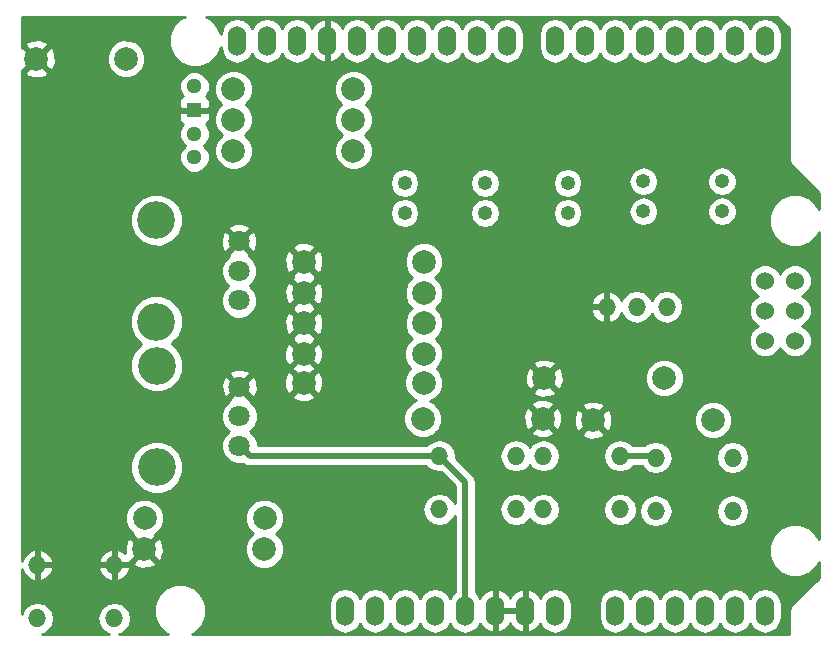
<source format=gbl>
G04 #@! TF.FileFunction,Copper,L2,Bot,Signal*
%FSLAX46Y46*%
G04 Gerber Fmt 4.6, Leading zero omitted, Abs format (unit mm)*
G04 Created by KiCad (PCBNEW 4.1.0-alpha+201606210817+6944~45~ubuntu14.04.1-product) date Tue Jun 21 19:40:37 2016*
%MOMM*%
%LPD*%
G01*
G04 APERTURE LIST*
%ADD10C,0.100000*%
%ADD11O,1.524000X1.524000*%
%ADD12C,1.998980*%
%ADD13O,1.219200X1.219200*%
%ADD14O,1.524000X2.540000*%
%ADD15C,1.524000*%
%ADD16C,3.200000*%
%ADD17C,1.800000*%
%ADD18C,1.300480*%
%ADD19R,1.300480X1.300480*%
%ADD20C,2.000000*%
%ADD21C,0.508000*%
%ADD22C,0.254000*%
G04 APERTURE END LIST*
D10*
D11*
X162877500Y-122161300D03*
X169379900Y-122161300D03*
X162877500Y-126682500D03*
X169379900Y-126682500D03*
D12*
X186055000Y-119126000D03*
X175895000Y-119126000D03*
D11*
X181203600Y-122301000D03*
X187706000Y-122301000D03*
X181203600Y-126822200D03*
X187706000Y-126822200D03*
D13*
X180140493Y-98921321D03*
X180140493Y-101461321D03*
X186820493Y-98921321D03*
X186820493Y-101461321D03*
D12*
X161544000Y-113538000D03*
X151384000Y-113538000D03*
X161544000Y-115951000D03*
X151384000Y-115951000D03*
D11*
X171678600Y-122161300D03*
X178181000Y-122161300D03*
X171678600Y-126682500D03*
X178181000Y-126682500D03*
D14*
X190459360Y-135260080D03*
X187919360Y-135260080D03*
X185379360Y-135260080D03*
X177759360Y-135260080D03*
X180299360Y-135260080D03*
X182839360Y-135260080D03*
X172679360Y-135260080D03*
X170139360Y-135260080D03*
X167599360Y-135260080D03*
X162519360Y-135260080D03*
X159979360Y-135260080D03*
X190459360Y-87000080D03*
X187919360Y-87000080D03*
X185379360Y-87000080D03*
X182839360Y-87000080D03*
X180299360Y-87000080D03*
X177759360Y-87000080D03*
X175219360Y-87000080D03*
X172679360Y-87000080D03*
X168615360Y-87000080D03*
X166075360Y-87000080D03*
X163535360Y-87000080D03*
X160995360Y-87000080D03*
X158455360Y-87000080D03*
X155915360Y-87000080D03*
X153375360Y-87000080D03*
X150835360Y-87000080D03*
X165059360Y-135260080D03*
X148295360Y-87000080D03*
X145755360Y-87000080D03*
X157439360Y-135260080D03*
X154899360Y-135260080D03*
D15*
X190459360Y-107320080D03*
X192999360Y-107320080D03*
X190459360Y-109860080D03*
X192999360Y-109860080D03*
X190459360Y-112400080D03*
X192999360Y-112400080D03*
D16*
X138963400Y-123111040D03*
X138963400Y-114511040D03*
D17*
X145963400Y-118811040D03*
X145963400Y-121311040D03*
X145963400Y-116311040D03*
D18*
X142148414Y-96880774D03*
X142148414Y-90881294D03*
D19*
X142148414Y-92880274D03*
D18*
X142148414Y-94881794D03*
D11*
X182118000Y-109537500D03*
X179578000Y-109537500D03*
X177038000Y-109537500D03*
D16*
X138912600Y-110794800D03*
X138912600Y-102194800D03*
D17*
X145912600Y-106494800D03*
X145912600Y-108994800D03*
X145912600Y-103994800D03*
D11*
X128854200Y-131394200D03*
X135356600Y-131394200D03*
X128854200Y-135915400D03*
X135356600Y-135915400D03*
D20*
X128762760Y-88539320D03*
X136362440Y-88539320D03*
D12*
X137927080Y-127406400D03*
X148087080Y-127406400D03*
X148056600Y-130063240D03*
X137896600Y-130063240D03*
X161571940Y-105707180D03*
X151411940Y-105707180D03*
X161571940Y-108377355D03*
X151411940Y-108377355D03*
X161571940Y-110939580D03*
X151411940Y-110939580D03*
X145450560Y-91109800D03*
X155610560Y-91109800D03*
X145455640Y-93677740D03*
X155615640Y-93677740D03*
X145455640Y-96306640D03*
X155615640Y-96306640D03*
X181927500Y-115570000D03*
X171767500Y-115570000D03*
X161470340Y-118999000D03*
X171630340Y-118999000D03*
D13*
X159943800Y-99060000D03*
X159943800Y-101600000D03*
X166751000Y-99060000D03*
X166751000Y-101600000D03*
X173736000Y-99060000D03*
X173736000Y-101600000D03*
D21*
X162877500Y-122161300D02*
X146813660Y-122161300D01*
X146813660Y-122161300D02*
X145963400Y-121311040D01*
X165059360Y-135260080D02*
X165059360Y-124343160D01*
X165059360Y-124343160D02*
X162877500Y-122161300D01*
X178181000Y-122161300D02*
X181063900Y-122161300D01*
X181063900Y-122161300D02*
X181203600Y-122301000D01*
D22*
G36*
X140942060Y-85114838D02*
X140316315Y-85739491D01*
X139977247Y-86556058D01*
X139976475Y-87440223D01*
X140314118Y-88257380D01*
X140938771Y-88883125D01*
X141755338Y-89222193D01*
X142639503Y-89222965D01*
X143456660Y-88885322D01*
X144082405Y-88260669D01*
X144365178Y-87579676D01*
X144464700Y-88080010D01*
X144767532Y-88533229D01*
X145220751Y-88836061D01*
X145755360Y-88942401D01*
X146289969Y-88836061D01*
X146743188Y-88533229D01*
X147025360Y-88110930D01*
X147307532Y-88533229D01*
X147760751Y-88836061D01*
X148295360Y-88942401D01*
X148829969Y-88836061D01*
X149283188Y-88533229D01*
X149565360Y-88110930D01*
X149847532Y-88533229D01*
X150300751Y-88836061D01*
X150835360Y-88942401D01*
X151369969Y-88836061D01*
X151823188Y-88533229D01*
X152114690Y-88096967D01*
X152133301Y-88160021D01*
X152477334Y-88585710D01*
X152958083Y-88847340D01*
X153032290Y-88862300D01*
X153248360Y-88739800D01*
X153248360Y-87127080D01*
X153228360Y-87127080D01*
X153228360Y-86873080D01*
X153248360Y-86873080D01*
X153248360Y-85260360D01*
X153502360Y-85260360D01*
X153502360Y-86873080D01*
X153522360Y-86873080D01*
X153522360Y-87127080D01*
X153502360Y-87127080D01*
X153502360Y-88739800D01*
X153718430Y-88862300D01*
X153792637Y-88847340D01*
X154273386Y-88585710D01*
X154617419Y-88160021D01*
X154636030Y-88096967D01*
X154927532Y-88533229D01*
X155380751Y-88836061D01*
X155915360Y-88942401D01*
X156449969Y-88836061D01*
X156903188Y-88533229D01*
X157185360Y-88110930D01*
X157467532Y-88533229D01*
X157920751Y-88836061D01*
X158455360Y-88942401D01*
X158989969Y-88836061D01*
X159443188Y-88533229D01*
X159725360Y-88110930D01*
X160007532Y-88533229D01*
X160460751Y-88836061D01*
X160995360Y-88942401D01*
X161529969Y-88836061D01*
X161983188Y-88533229D01*
X162265360Y-88110930D01*
X162547532Y-88533229D01*
X163000751Y-88836061D01*
X163535360Y-88942401D01*
X164069969Y-88836061D01*
X164523188Y-88533229D01*
X164805360Y-88110930D01*
X165087532Y-88533229D01*
X165540751Y-88836061D01*
X166075360Y-88942401D01*
X166609969Y-88836061D01*
X167063188Y-88533229D01*
X167345360Y-88110930D01*
X167627532Y-88533229D01*
X168080751Y-88836061D01*
X168615360Y-88942401D01*
X169149969Y-88836061D01*
X169603188Y-88533229D01*
X169906020Y-88080010D01*
X170012360Y-87545401D01*
X170012360Y-86454759D01*
X171282360Y-86454759D01*
X171282360Y-87545401D01*
X171388700Y-88080010D01*
X171691532Y-88533229D01*
X172144751Y-88836061D01*
X172679360Y-88942401D01*
X173213969Y-88836061D01*
X173667188Y-88533229D01*
X173949360Y-88110930D01*
X174231532Y-88533229D01*
X174684751Y-88836061D01*
X175219360Y-88942401D01*
X175753969Y-88836061D01*
X176207188Y-88533229D01*
X176489360Y-88110930D01*
X176771532Y-88533229D01*
X177224751Y-88836061D01*
X177759360Y-88942401D01*
X178293969Y-88836061D01*
X178747188Y-88533229D01*
X179029360Y-88110930D01*
X179311532Y-88533229D01*
X179764751Y-88836061D01*
X180299360Y-88942401D01*
X180833969Y-88836061D01*
X181287188Y-88533229D01*
X181569360Y-88110930D01*
X181851532Y-88533229D01*
X182304751Y-88836061D01*
X182839360Y-88942401D01*
X183373969Y-88836061D01*
X183827188Y-88533229D01*
X184109360Y-88110930D01*
X184391532Y-88533229D01*
X184844751Y-88836061D01*
X185379360Y-88942401D01*
X185913969Y-88836061D01*
X186367188Y-88533229D01*
X186649360Y-88110930D01*
X186931532Y-88533229D01*
X187384751Y-88836061D01*
X187919360Y-88942401D01*
X188453969Y-88836061D01*
X188907188Y-88533229D01*
X189189360Y-88110930D01*
X189471532Y-88533229D01*
X189924751Y-88836061D01*
X190459360Y-88942401D01*
X190993969Y-88836061D01*
X191447188Y-88533229D01*
X191750020Y-88080010D01*
X191856360Y-87545401D01*
X191856360Y-86454759D01*
X191750020Y-85920150D01*
X191447188Y-85466931D01*
X190993969Y-85164099D01*
X190459360Y-85057759D01*
X189924751Y-85164099D01*
X189471532Y-85466931D01*
X189189360Y-85889230D01*
X188907188Y-85466931D01*
X188453969Y-85164099D01*
X187919360Y-85057759D01*
X187384751Y-85164099D01*
X186931532Y-85466931D01*
X186649360Y-85889230D01*
X186367188Y-85466931D01*
X185913969Y-85164099D01*
X185379360Y-85057759D01*
X184844751Y-85164099D01*
X184391532Y-85466931D01*
X184109360Y-85889230D01*
X183827188Y-85466931D01*
X183373969Y-85164099D01*
X182839360Y-85057759D01*
X182304751Y-85164099D01*
X181851532Y-85466931D01*
X181569360Y-85889230D01*
X181287188Y-85466931D01*
X180833969Y-85164099D01*
X180299360Y-85057759D01*
X179764751Y-85164099D01*
X179311532Y-85466931D01*
X179029360Y-85889230D01*
X178747188Y-85466931D01*
X178293969Y-85164099D01*
X177759360Y-85057759D01*
X177224751Y-85164099D01*
X176771532Y-85466931D01*
X176489360Y-85889230D01*
X176207188Y-85466931D01*
X175753969Y-85164099D01*
X175219360Y-85057759D01*
X174684751Y-85164099D01*
X174231532Y-85466931D01*
X173949360Y-85889230D01*
X173667188Y-85466931D01*
X173213969Y-85164099D01*
X172679360Y-85057759D01*
X172144751Y-85164099D01*
X171691532Y-85466931D01*
X171388700Y-85920150D01*
X171282360Y-86454759D01*
X170012360Y-86454759D01*
X169906020Y-85920150D01*
X169603188Y-85466931D01*
X169149969Y-85164099D01*
X168615360Y-85057759D01*
X168080751Y-85164099D01*
X167627532Y-85466931D01*
X167345360Y-85889230D01*
X167063188Y-85466931D01*
X166609969Y-85164099D01*
X166075360Y-85057759D01*
X165540751Y-85164099D01*
X165087532Y-85466931D01*
X164805360Y-85889230D01*
X164523188Y-85466931D01*
X164069969Y-85164099D01*
X163535360Y-85057759D01*
X163000751Y-85164099D01*
X162547532Y-85466931D01*
X162265360Y-85889230D01*
X161983188Y-85466931D01*
X161529969Y-85164099D01*
X160995360Y-85057759D01*
X160460751Y-85164099D01*
X160007532Y-85466931D01*
X159725360Y-85889230D01*
X159443188Y-85466931D01*
X158989969Y-85164099D01*
X158455360Y-85057759D01*
X157920751Y-85164099D01*
X157467532Y-85466931D01*
X157185360Y-85889230D01*
X156903188Y-85466931D01*
X156449969Y-85164099D01*
X155915360Y-85057759D01*
X155380751Y-85164099D01*
X154927532Y-85466931D01*
X154636030Y-85903193D01*
X154617419Y-85840139D01*
X154273386Y-85414450D01*
X153792637Y-85152820D01*
X153718430Y-85137860D01*
X153502360Y-85260360D01*
X153248360Y-85260360D01*
X153032290Y-85137860D01*
X152958083Y-85152820D01*
X152477334Y-85414450D01*
X152133301Y-85840139D01*
X152114690Y-85903193D01*
X151823188Y-85466931D01*
X151369969Y-85164099D01*
X150835360Y-85057759D01*
X150300751Y-85164099D01*
X149847532Y-85466931D01*
X149565360Y-85889230D01*
X149283188Y-85466931D01*
X148829969Y-85164099D01*
X148295360Y-85057759D01*
X147760751Y-85164099D01*
X147307532Y-85466931D01*
X147025360Y-85889230D01*
X146743188Y-85466931D01*
X146289969Y-85164099D01*
X145755360Y-85057759D01*
X145220751Y-85164099D01*
X144767532Y-85466931D01*
X144464700Y-85920150D01*
X144364998Y-86421388D01*
X144084602Y-85742780D01*
X143459949Y-85117035D01*
X143087065Y-84962200D01*
X191511664Y-84962200D01*
X192482000Y-85932536D01*
X192482000Y-97078800D01*
X192534143Y-97340938D01*
X192682632Y-97563168D01*
X194996600Y-99877136D01*
X194996600Y-101253835D01*
X194884602Y-100982780D01*
X194259949Y-100357035D01*
X193443382Y-100017967D01*
X192559217Y-100017195D01*
X191742060Y-100354838D01*
X191116315Y-100979491D01*
X190777247Y-101796058D01*
X190776475Y-102680223D01*
X191114118Y-103497380D01*
X191738771Y-104123125D01*
X192555338Y-104462193D01*
X193439503Y-104462965D01*
X194256660Y-104125322D01*
X194882405Y-103500669D01*
X194996600Y-103225657D01*
X194996600Y-129193835D01*
X194884602Y-128922780D01*
X194259949Y-128297035D01*
X193443382Y-127957967D01*
X192559217Y-127957195D01*
X191742060Y-128294838D01*
X191116315Y-128919491D01*
X190777247Y-129736058D01*
X190776475Y-130620223D01*
X191114118Y-131437380D01*
X191738771Y-132063125D01*
X192555338Y-132402193D01*
X193439503Y-132402965D01*
X194256660Y-132065322D01*
X194882405Y-131440669D01*
X194996600Y-131165657D01*
X194996600Y-132482064D01*
X192682632Y-134796032D01*
X192534143Y-135018262D01*
X192482000Y-135280400D01*
X192482000Y-137237000D01*
X141964783Y-137237000D01*
X142186660Y-137145322D01*
X142812405Y-136520669D01*
X143151473Y-135704102D01*
X143152245Y-134819937D01*
X142814602Y-134002780D01*
X142189949Y-133377035D01*
X141373382Y-133037967D01*
X140489217Y-133037195D01*
X139672060Y-133374838D01*
X139046315Y-133999491D01*
X138707247Y-134816058D01*
X138706475Y-135700223D01*
X139044118Y-136517380D01*
X139668771Y-137143125D01*
X139894847Y-137237000D01*
X135763032Y-137237000D01*
X135918578Y-137206060D01*
X136371797Y-136903228D01*
X136674629Y-136450009D01*
X136780969Y-135915400D01*
X136674629Y-135380791D01*
X136371797Y-134927572D01*
X135918578Y-134624740D01*
X135383969Y-134518400D01*
X135329231Y-134518400D01*
X134794622Y-134624740D01*
X134341403Y-134927572D01*
X134038571Y-135380791D01*
X133932231Y-135915400D01*
X134038571Y-136450009D01*
X134341403Y-136903228D01*
X134794622Y-137206060D01*
X134950168Y-137237000D01*
X129260632Y-137237000D01*
X129416178Y-137206060D01*
X129869397Y-136903228D01*
X130172229Y-136450009D01*
X130278569Y-135915400D01*
X130172229Y-135380791D01*
X129869397Y-134927572D01*
X129416178Y-134624740D01*
X128881569Y-134518400D01*
X128826831Y-134518400D01*
X128292222Y-134624740D01*
X127839003Y-134927572D01*
X127536171Y-135380791D01*
X127507200Y-135526439D01*
X127507200Y-131754702D01*
X127654026Y-132109197D01*
X128019001Y-132514058D01*
X128511128Y-132748431D01*
X128727200Y-132626676D01*
X128727200Y-131521200D01*
X128981200Y-131521200D01*
X128981200Y-132626676D01*
X129197272Y-132748431D01*
X129689399Y-132514058D01*
X130054374Y-132109197D01*
X130208420Y-131737270D01*
X134002380Y-131737270D01*
X134156426Y-132109197D01*
X134521401Y-132514058D01*
X135013528Y-132748431D01*
X135229600Y-132626676D01*
X135229600Y-131521200D01*
X135483600Y-131521200D01*
X135483600Y-132626676D01*
X135699672Y-132748431D01*
X136191799Y-132514058D01*
X136556774Y-132109197D01*
X136710820Y-131737270D01*
X136588320Y-131521200D01*
X135483600Y-131521200D01*
X135229600Y-131521200D01*
X134124880Y-131521200D01*
X134002380Y-131737270D01*
X130208420Y-131737270D01*
X130085920Y-131521200D01*
X128981200Y-131521200D01*
X128727200Y-131521200D01*
X128707200Y-131521200D01*
X128707200Y-131267200D01*
X128727200Y-131267200D01*
X128727200Y-130161724D01*
X128981200Y-130161724D01*
X128981200Y-131267200D01*
X130085920Y-131267200D01*
X130208420Y-131051130D01*
X134002380Y-131051130D01*
X134124880Y-131267200D01*
X135229600Y-131267200D01*
X135229600Y-130161724D01*
X135483600Y-130161724D01*
X135483600Y-131267200D01*
X136588320Y-131267200D01*
X136617686Y-131215403D01*
X136924043Y-131215403D01*
X137022642Y-131482205D01*
X137632182Y-131708641D01*
X138281977Y-131684581D01*
X138770558Y-131482205D01*
X138869157Y-131215403D01*
X137896600Y-130242845D01*
X136924043Y-131215403D01*
X136617686Y-131215403D01*
X136710820Y-131051130D01*
X136697246Y-131018357D01*
X136744437Y-131035797D01*
X137716995Y-130063240D01*
X138076205Y-130063240D01*
X139048763Y-131035797D01*
X139315565Y-130937198D01*
X139519980Y-130386934D01*
X146421826Y-130386934D01*
X146670138Y-130987895D01*
X147129527Y-131448086D01*
X147730053Y-131697446D01*
X148380294Y-131698014D01*
X148981255Y-131449702D01*
X149441446Y-130990313D01*
X149690806Y-130389787D01*
X149691374Y-129739546D01*
X149443062Y-129138585D01*
X149054913Y-128749759D01*
X149471926Y-128333473D01*
X149721286Y-127732947D01*
X149721854Y-127082706D01*
X149473542Y-126481745D01*
X149014153Y-126021554D01*
X148413627Y-125772194D01*
X147763386Y-125771626D01*
X147162425Y-126019938D01*
X146702234Y-126479327D01*
X146452874Y-127079853D01*
X146452306Y-127730094D01*
X146700618Y-128331055D01*
X147088767Y-128719881D01*
X146671754Y-129136167D01*
X146422394Y-129736693D01*
X146421826Y-130386934D01*
X139519980Y-130386934D01*
X139542001Y-130327658D01*
X139517941Y-129677863D01*
X139315565Y-129189282D01*
X139048763Y-129090683D01*
X138076205Y-130063240D01*
X137716995Y-130063240D01*
X136744437Y-129090683D01*
X136477635Y-129189282D01*
X136251199Y-129798822D01*
X136272105Y-130363424D01*
X136191799Y-130274342D01*
X135699672Y-130039969D01*
X135483600Y-130161724D01*
X135229600Y-130161724D01*
X135013528Y-130039969D01*
X134521401Y-130274342D01*
X134156426Y-130679203D01*
X134002380Y-131051130D01*
X130208420Y-131051130D01*
X130054374Y-130679203D01*
X129689399Y-130274342D01*
X129197272Y-130039969D01*
X128981200Y-130161724D01*
X128727200Y-130161724D01*
X128511128Y-130039969D01*
X128019001Y-130274342D01*
X127654026Y-130679203D01*
X127507200Y-131033698D01*
X127507200Y-127730094D01*
X136292306Y-127730094D01*
X136540618Y-128331055D01*
X136976887Y-128768085D01*
X136924043Y-128911077D01*
X137896600Y-129883635D01*
X138869157Y-128911077D01*
X138828949Y-128802277D01*
X138851735Y-128792862D01*
X139311926Y-128333473D01*
X139561286Y-127732947D01*
X139561854Y-127082706D01*
X139313542Y-126481745D01*
X138854153Y-126021554D01*
X138253627Y-125772194D01*
X137603386Y-125771626D01*
X137002425Y-126019938D01*
X136542234Y-126479327D01*
X136292874Y-127079853D01*
X136292306Y-127730094D01*
X127507200Y-127730094D01*
X127507200Y-123553659D01*
X136728013Y-123553659D01*
X137067555Y-124375412D01*
X137695721Y-125004676D01*
X138516881Y-125345651D01*
X139406019Y-125346427D01*
X140227772Y-125006885D01*
X140857036Y-124378719D01*
X141198011Y-123557559D01*
X141198787Y-122668421D01*
X140859245Y-121846668D01*
X140231079Y-121217404D01*
X139409919Y-120876429D01*
X138520781Y-120875653D01*
X137699028Y-121215195D01*
X137069764Y-121843361D01*
X136728789Y-122664521D01*
X136728013Y-123553659D01*
X127507200Y-123553659D01*
X127507200Y-119115031D01*
X144428135Y-119115031D01*
X144661332Y-119679411D01*
X145042582Y-120061328D01*
X144662849Y-120440397D01*
X144428667Y-121004370D01*
X144428135Y-121615031D01*
X144661332Y-122179411D01*
X145092757Y-122611591D01*
X145656730Y-122845773D01*
X146267391Y-122846305D01*
X146268652Y-122845784D01*
X146473454Y-122982629D01*
X146813660Y-123050300D01*
X161796268Y-123050300D01*
X161862303Y-123149128D01*
X162315522Y-123451960D01*
X162850131Y-123558300D01*
X162904869Y-123558300D01*
X162998617Y-123539653D01*
X164170360Y-124711396D01*
X164170360Y-126110223D01*
X163892697Y-125694672D01*
X163439478Y-125391840D01*
X162904869Y-125285500D01*
X162850131Y-125285500D01*
X162315522Y-125391840D01*
X161862303Y-125694672D01*
X161559471Y-126147891D01*
X161453131Y-126682500D01*
X161559471Y-127217109D01*
X161862303Y-127670328D01*
X162315522Y-127973160D01*
X162850131Y-128079500D01*
X162904869Y-128079500D01*
X163439478Y-127973160D01*
X163892697Y-127670328D01*
X164170360Y-127254777D01*
X164170360Y-133660896D01*
X164071532Y-133726931D01*
X163789360Y-134149230D01*
X163507188Y-133726931D01*
X163053969Y-133424099D01*
X162519360Y-133317759D01*
X161984751Y-133424099D01*
X161531532Y-133726931D01*
X161249360Y-134149230D01*
X160967188Y-133726931D01*
X160513969Y-133424099D01*
X159979360Y-133317759D01*
X159444751Y-133424099D01*
X158991532Y-133726931D01*
X158709360Y-134149230D01*
X158427188Y-133726931D01*
X157973969Y-133424099D01*
X157439360Y-133317759D01*
X156904751Y-133424099D01*
X156451532Y-133726931D01*
X156169360Y-134149230D01*
X155887188Y-133726931D01*
X155433969Y-133424099D01*
X154899360Y-133317759D01*
X154364751Y-133424099D01*
X153911532Y-133726931D01*
X153608700Y-134180150D01*
X153502360Y-134714759D01*
X153502360Y-135805401D01*
X153608700Y-136340010D01*
X153911532Y-136793229D01*
X154364751Y-137096061D01*
X154899360Y-137202401D01*
X155433969Y-137096061D01*
X155887188Y-136793229D01*
X156169360Y-136370930D01*
X156451532Y-136793229D01*
X156904751Y-137096061D01*
X157439360Y-137202401D01*
X157973969Y-137096061D01*
X158427188Y-136793229D01*
X158709360Y-136370930D01*
X158991532Y-136793229D01*
X159444751Y-137096061D01*
X159979360Y-137202401D01*
X160513969Y-137096061D01*
X160967188Y-136793229D01*
X161249360Y-136370930D01*
X161531532Y-136793229D01*
X161984751Y-137096061D01*
X162519360Y-137202401D01*
X163053969Y-137096061D01*
X163507188Y-136793229D01*
X163789360Y-136370930D01*
X164071532Y-136793229D01*
X164524751Y-137096061D01*
X165059360Y-137202401D01*
X165593969Y-137096061D01*
X166047188Y-136793229D01*
X166338690Y-136356967D01*
X166357301Y-136420021D01*
X166701334Y-136845710D01*
X167182083Y-137107340D01*
X167256290Y-137122300D01*
X167472360Y-136999800D01*
X167472360Y-135387080D01*
X167726360Y-135387080D01*
X167726360Y-136999800D01*
X167942430Y-137122300D01*
X168016637Y-137107340D01*
X168497386Y-136845710D01*
X168841419Y-136420021D01*
X168869360Y-136325357D01*
X168897301Y-136420021D01*
X169241334Y-136845710D01*
X169722083Y-137107340D01*
X169796290Y-137122300D01*
X170012360Y-136999800D01*
X170012360Y-135387080D01*
X167726360Y-135387080D01*
X167472360Y-135387080D01*
X167452360Y-135387080D01*
X167452360Y-135133080D01*
X167472360Y-135133080D01*
X167472360Y-133520360D01*
X167726360Y-133520360D01*
X167726360Y-135133080D01*
X170012360Y-135133080D01*
X170012360Y-133520360D01*
X170266360Y-133520360D01*
X170266360Y-135133080D01*
X170286360Y-135133080D01*
X170286360Y-135387080D01*
X170266360Y-135387080D01*
X170266360Y-136999800D01*
X170482430Y-137122300D01*
X170556637Y-137107340D01*
X171037386Y-136845710D01*
X171381419Y-136420021D01*
X171400030Y-136356967D01*
X171691532Y-136793229D01*
X172144751Y-137096061D01*
X172679360Y-137202401D01*
X173213969Y-137096061D01*
X173667188Y-136793229D01*
X173970020Y-136340010D01*
X174076360Y-135805401D01*
X174076360Y-134714759D01*
X176362360Y-134714759D01*
X176362360Y-135805401D01*
X176468700Y-136340010D01*
X176771532Y-136793229D01*
X177224751Y-137096061D01*
X177759360Y-137202401D01*
X178293969Y-137096061D01*
X178747188Y-136793229D01*
X179029360Y-136370930D01*
X179311532Y-136793229D01*
X179764751Y-137096061D01*
X180299360Y-137202401D01*
X180833969Y-137096061D01*
X181287188Y-136793229D01*
X181569360Y-136370930D01*
X181851532Y-136793229D01*
X182304751Y-137096061D01*
X182839360Y-137202401D01*
X183373969Y-137096061D01*
X183827188Y-136793229D01*
X184109360Y-136370930D01*
X184391532Y-136793229D01*
X184844751Y-137096061D01*
X185379360Y-137202401D01*
X185913969Y-137096061D01*
X186367188Y-136793229D01*
X186649360Y-136370930D01*
X186931532Y-136793229D01*
X187384751Y-137096061D01*
X187919360Y-137202401D01*
X188453969Y-137096061D01*
X188907188Y-136793229D01*
X189189360Y-136370930D01*
X189471532Y-136793229D01*
X189924751Y-137096061D01*
X190459360Y-137202401D01*
X190993969Y-137096061D01*
X191447188Y-136793229D01*
X191750020Y-136340010D01*
X191856360Y-135805401D01*
X191856360Y-134714759D01*
X191750020Y-134180150D01*
X191447188Y-133726931D01*
X190993969Y-133424099D01*
X190459360Y-133317759D01*
X189924751Y-133424099D01*
X189471532Y-133726931D01*
X189189360Y-134149230D01*
X188907188Y-133726931D01*
X188453969Y-133424099D01*
X187919360Y-133317759D01*
X187384751Y-133424099D01*
X186931532Y-133726931D01*
X186649360Y-134149230D01*
X186367188Y-133726931D01*
X185913969Y-133424099D01*
X185379360Y-133317759D01*
X184844751Y-133424099D01*
X184391532Y-133726931D01*
X184109360Y-134149230D01*
X183827188Y-133726931D01*
X183373969Y-133424099D01*
X182839360Y-133317759D01*
X182304751Y-133424099D01*
X181851532Y-133726931D01*
X181569360Y-134149230D01*
X181287188Y-133726931D01*
X180833969Y-133424099D01*
X180299360Y-133317759D01*
X179764751Y-133424099D01*
X179311532Y-133726931D01*
X179029360Y-134149230D01*
X178747188Y-133726931D01*
X178293969Y-133424099D01*
X177759360Y-133317759D01*
X177224751Y-133424099D01*
X176771532Y-133726931D01*
X176468700Y-134180150D01*
X176362360Y-134714759D01*
X174076360Y-134714759D01*
X173970020Y-134180150D01*
X173667188Y-133726931D01*
X173213969Y-133424099D01*
X172679360Y-133317759D01*
X172144751Y-133424099D01*
X171691532Y-133726931D01*
X171400030Y-134163193D01*
X171381419Y-134100139D01*
X171037386Y-133674450D01*
X170556637Y-133412820D01*
X170482430Y-133397860D01*
X170266360Y-133520360D01*
X170012360Y-133520360D01*
X169796290Y-133397860D01*
X169722083Y-133412820D01*
X169241334Y-133674450D01*
X168897301Y-134100139D01*
X168869360Y-134194803D01*
X168841419Y-134100139D01*
X168497386Y-133674450D01*
X168016637Y-133412820D01*
X167942430Y-133397860D01*
X167726360Y-133520360D01*
X167472360Y-133520360D01*
X167256290Y-133397860D01*
X167182083Y-133412820D01*
X166701334Y-133674450D01*
X166357301Y-134100139D01*
X166338690Y-134163193D01*
X166047188Y-133726931D01*
X165948360Y-133660896D01*
X165948360Y-126682500D01*
X167955531Y-126682500D01*
X168061871Y-127217109D01*
X168364703Y-127670328D01*
X168817922Y-127973160D01*
X169352531Y-128079500D01*
X169407269Y-128079500D01*
X169941878Y-127973160D01*
X170395097Y-127670328D01*
X170529250Y-127469554D01*
X170663403Y-127670328D01*
X171116622Y-127973160D01*
X171651231Y-128079500D01*
X171705969Y-128079500D01*
X172240578Y-127973160D01*
X172693797Y-127670328D01*
X172996629Y-127217109D01*
X173102969Y-126682500D01*
X176756631Y-126682500D01*
X176862971Y-127217109D01*
X177165803Y-127670328D01*
X177619022Y-127973160D01*
X178153631Y-128079500D01*
X178208369Y-128079500D01*
X178742978Y-127973160D01*
X179196197Y-127670328D01*
X179499029Y-127217109D01*
X179577581Y-126822200D01*
X179779231Y-126822200D01*
X179885571Y-127356809D01*
X180188403Y-127810028D01*
X180641622Y-128112860D01*
X181176231Y-128219200D01*
X181230969Y-128219200D01*
X181765578Y-128112860D01*
X182218797Y-127810028D01*
X182521629Y-127356809D01*
X182627969Y-126822200D01*
X186281631Y-126822200D01*
X186387971Y-127356809D01*
X186690803Y-127810028D01*
X187144022Y-128112860D01*
X187678631Y-128219200D01*
X187733369Y-128219200D01*
X188267978Y-128112860D01*
X188721197Y-127810028D01*
X189024029Y-127356809D01*
X189130369Y-126822200D01*
X189024029Y-126287591D01*
X188721197Y-125834372D01*
X188267978Y-125531540D01*
X187733369Y-125425200D01*
X187678631Y-125425200D01*
X187144022Y-125531540D01*
X186690803Y-125834372D01*
X186387971Y-126287591D01*
X186281631Y-126822200D01*
X182627969Y-126822200D01*
X182521629Y-126287591D01*
X182218797Y-125834372D01*
X181765578Y-125531540D01*
X181230969Y-125425200D01*
X181176231Y-125425200D01*
X180641622Y-125531540D01*
X180188403Y-125834372D01*
X179885571Y-126287591D01*
X179779231Y-126822200D01*
X179577581Y-126822200D01*
X179605369Y-126682500D01*
X179499029Y-126147891D01*
X179196197Y-125694672D01*
X178742978Y-125391840D01*
X178208369Y-125285500D01*
X178153631Y-125285500D01*
X177619022Y-125391840D01*
X177165803Y-125694672D01*
X176862971Y-126147891D01*
X176756631Y-126682500D01*
X173102969Y-126682500D01*
X172996629Y-126147891D01*
X172693797Y-125694672D01*
X172240578Y-125391840D01*
X171705969Y-125285500D01*
X171651231Y-125285500D01*
X171116622Y-125391840D01*
X170663403Y-125694672D01*
X170529250Y-125895446D01*
X170395097Y-125694672D01*
X169941878Y-125391840D01*
X169407269Y-125285500D01*
X169352531Y-125285500D01*
X168817922Y-125391840D01*
X168364703Y-125694672D01*
X168061871Y-126147891D01*
X167955531Y-126682500D01*
X165948360Y-126682500D01*
X165948360Y-124343160D01*
X165880689Y-124002954D01*
X165687978Y-123714542D01*
X164274140Y-122300704D01*
X164301869Y-122161300D01*
X167955531Y-122161300D01*
X168061871Y-122695909D01*
X168364703Y-123149128D01*
X168817922Y-123451960D01*
X169352531Y-123558300D01*
X169407269Y-123558300D01*
X169941878Y-123451960D01*
X170395097Y-123149128D01*
X170529250Y-122948354D01*
X170663403Y-123149128D01*
X171116622Y-123451960D01*
X171651231Y-123558300D01*
X171705969Y-123558300D01*
X172240578Y-123451960D01*
X172693797Y-123149128D01*
X172996629Y-122695909D01*
X173102969Y-122161300D01*
X176756631Y-122161300D01*
X176862971Y-122695909D01*
X177165803Y-123149128D01*
X177619022Y-123451960D01*
X178153631Y-123558300D01*
X178208369Y-123558300D01*
X178742978Y-123451960D01*
X179196197Y-123149128D01*
X179262232Y-123050300D01*
X180029023Y-123050300D01*
X180188403Y-123288828D01*
X180641622Y-123591660D01*
X181176231Y-123698000D01*
X181230969Y-123698000D01*
X181765578Y-123591660D01*
X182218797Y-123288828D01*
X182521629Y-122835609D01*
X182627969Y-122301000D01*
X186281631Y-122301000D01*
X186387971Y-122835609D01*
X186690803Y-123288828D01*
X187144022Y-123591660D01*
X187678631Y-123698000D01*
X187733369Y-123698000D01*
X188267978Y-123591660D01*
X188721197Y-123288828D01*
X189024029Y-122835609D01*
X189130369Y-122301000D01*
X189024029Y-121766391D01*
X188721197Y-121313172D01*
X188267978Y-121010340D01*
X187733369Y-120904000D01*
X187678631Y-120904000D01*
X187144022Y-121010340D01*
X186690803Y-121313172D01*
X186387971Y-121766391D01*
X186281631Y-122301000D01*
X182627969Y-122301000D01*
X182521629Y-121766391D01*
X182218797Y-121313172D01*
X181765578Y-121010340D01*
X181230969Y-120904000D01*
X181176231Y-120904000D01*
X180641622Y-121010340D01*
X180249572Y-121272300D01*
X179262232Y-121272300D01*
X179196197Y-121173472D01*
X178742978Y-120870640D01*
X178208369Y-120764300D01*
X178153631Y-120764300D01*
X177619022Y-120870640D01*
X177165803Y-121173472D01*
X176862971Y-121626691D01*
X176756631Y-122161300D01*
X173102969Y-122161300D01*
X172996629Y-121626691D01*
X172693797Y-121173472D01*
X172240578Y-120870640D01*
X171705969Y-120764300D01*
X171651231Y-120764300D01*
X171116622Y-120870640D01*
X170663403Y-121173472D01*
X170529250Y-121374246D01*
X170395097Y-121173472D01*
X169941878Y-120870640D01*
X169407269Y-120764300D01*
X169352531Y-120764300D01*
X168817922Y-120870640D01*
X168364703Y-121173472D01*
X168061871Y-121626691D01*
X167955531Y-122161300D01*
X164301869Y-122161300D01*
X164195529Y-121626691D01*
X163892697Y-121173472D01*
X163439478Y-120870640D01*
X162904869Y-120764300D01*
X162850131Y-120764300D01*
X162315522Y-120870640D01*
X161862303Y-121173472D01*
X161796268Y-121272300D01*
X147498434Y-121272300D01*
X147498665Y-121007049D01*
X147265468Y-120442669D01*
X146884218Y-120060752D01*
X147263951Y-119681683D01*
X147413016Y-119322694D01*
X159835566Y-119322694D01*
X160083878Y-119923655D01*
X160543267Y-120383846D01*
X161143793Y-120633206D01*
X161794034Y-120633774D01*
X162394995Y-120385462D01*
X162629703Y-120151163D01*
X170657783Y-120151163D01*
X170756382Y-120417965D01*
X171365922Y-120644401D01*
X172015717Y-120620341D01*
X172504298Y-120417965D01*
X172555963Y-120278163D01*
X174922443Y-120278163D01*
X175021042Y-120544965D01*
X175630582Y-120771401D01*
X176280377Y-120747341D01*
X176768958Y-120544965D01*
X176867557Y-120278163D01*
X175895000Y-119305605D01*
X174922443Y-120278163D01*
X172555963Y-120278163D01*
X172602897Y-120151163D01*
X171630340Y-119178605D01*
X170657783Y-120151163D01*
X162629703Y-120151163D01*
X162855186Y-119926073D01*
X163104546Y-119325547D01*
X163105062Y-118734582D01*
X169984939Y-118734582D01*
X170008999Y-119384377D01*
X170211375Y-119872958D01*
X170478177Y-119971557D01*
X171450735Y-118999000D01*
X171809945Y-118999000D01*
X172782503Y-119971557D01*
X173049305Y-119872958D01*
X173275741Y-119263418D01*
X173260863Y-118861582D01*
X174249599Y-118861582D01*
X174273659Y-119511377D01*
X174476035Y-119999958D01*
X174742837Y-120098557D01*
X175715395Y-119126000D01*
X176074605Y-119126000D01*
X177047163Y-120098557D01*
X177313965Y-119999958D01*
X177518380Y-119449694D01*
X184420226Y-119449694D01*
X184668538Y-120050655D01*
X185127927Y-120510846D01*
X185728453Y-120760206D01*
X186378694Y-120760774D01*
X186979655Y-120512462D01*
X187439846Y-120053073D01*
X187689206Y-119452547D01*
X187689774Y-118802306D01*
X187441462Y-118201345D01*
X186982073Y-117741154D01*
X186381547Y-117491794D01*
X185731306Y-117491226D01*
X185130345Y-117739538D01*
X184670154Y-118198927D01*
X184420794Y-118799453D01*
X184420226Y-119449694D01*
X177518380Y-119449694D01*
X177540401Y-119390418D01*
X177516341Y-118740623D01*
X177313965Y-118252042D01*
X177047163Y-118153443D01*
X176074605Y-119126000D01*
X175715395Y-119126000D01*
X174742837Y-118153443D01*
X174476035Y-118252042D01*
X174249599Y-118861582D01*
X173260863Y-118861582D01*
X173251681Y-118613623D01*
X173049305Y-118125042D01*
X172782503Y-118026443D01*
X171809945Y-118999000D01*
X171450735Y-118999000D01*
X170478177Y-118026443D01*
X170211375Y-118125042D01*
X169984939Y-118734582D01*
X163105062Y-118734582D01*
X163105114Y-118675306D01*
X162856802Y-118074345D01*
X162629691Y-117846837D01*
X170657783Y-117846837D01*
X171630340Y-118819395D01*
X172475897Y-117973837D01*
X174922443Y-117973837D01*
X175895000Y-118946395D01*
X176867557Y-117973837D01*
X176768958Y-117707035D01*
X176159418Y-117480599D01*
X175509623Y-117504659D01*
X175021042Y-117707035D01*
X174922443Y-117973837D01*
X172475897Y-117973837D01*
X172602897Y-117846837D01*
X172504298Y-117580035D01*
X171894758Y-117353599D01*
X171244963Y-117377659D01*
X170756382Y-117580035D01*
X170657783Y-117846837D01*
X162629691Y-117846837D01*
X162397413Y-117614154D01*
X162098949Y-117490221D01*
X162468655Y-117337462D01*
X162928846Y-116878073D01*
X162993585Y-116722163D01*
X170794943Y-116722163D01*
X170893542Y-116988965D01*
X171503082Y-117215401D01*
X172152877Y-117191341D01*
X172641458Y-116988965D01*
X172740057Y-116722163D01*
X171767500Y-115749605D01*
X170794943Y-116722163D01*
X162993585Y-116722163D01*
X163178206Y-116277547D01*
X163178774Y-115627306D01*
X163045841Y-115305582D01*
X170122099Y-115305582D01*
X170146159Y-115955377D01*
X170348535Y-116443958D01*
X170615337Y-116542557D01*
X171587895Y-115570000D01*
X171947105Y-115570000D01*
X172919663Y-116542557D01*
X173186465Y-116443958D01*
X173390880Y-115893694D01*
X180292726Y-115893694D01*
X180541038Y-116494655D01*
X181000427Y-116954846D01*
X181600953Y-117204206D01*
X182251194Y-117204774D01*
X182852155Y-116956462D01*
X183312346Y-116497073D01*
X183561706Y-115896547D01*
X183562274Y-115246306D01*
X183313962Y-114645345D01*
X182854573Y-114185154D01*
X182254047Y-113935794D01*
X181603806Y-113935226D01*
X181002845Y-114183538D01*
X180542654Y-114642927D01*
X180293294Y-115243453D01*
X180292726Y-115893694D01*
X173390880Y-115893694D01*
X173412901Y-115834418D01*
X173388841Y-115184623D01*
X173186465Y-114696042D01*
X172919663Y-114597443D01*
X171947105Y-115570000D01*
X171587895Y-115570000D01*
X170615337Y-114597443D01*
X170348535Y-114696042D01*
X170122099Y-115305582D01*
X163045841Y-115305582D01*
X162930462Y-115026345D01*
X162649020Y-114744411D01*
X162928846Y-114465073D01*
X162948460Y-114417837D01*
X170794943Y-114417837D01*
X171767500Y-115390395D01*
X172740057Y-114417837D01*
X172641458Y-114151035D01*
X172031918Y-113924599D01*
X171382123Y-113948659D01*
X170893542Y-114151035D01*
X170794943Y-114417837D01*
X162948460Y-114417837D01*
X163178206Y-113864547D01*
X163178774Y-113214306D01*
X162930462Y-112613345D01*
X162570256Y-112252510D01*
X162956786Y-111866653D01*
X163206146Y-111266127D01*
X163206714Y-110615886D01*
X162958402Y-110014925D01*
X162824283Y-109880572D01*
X175683769Y-109880572D01*
X175918142Y-110372699D01*
X176323003Y-110737674D01*
X176694930Y-110891720D01*
X176911000Y-110769220D01*
X176911000Y-109664500D01*
X175805524Y-109664500D01*
X175683769Y-109880572D01*
X162824283Y-109880572D01*
X162602347Y-109658249D01*
X162956786Y-109304428D01*
X163002461Y-109194428D01*
X175683769Y-109194428D01*
X175805524Y-109410500D01*
X176911000Y-109410500D01*
X176911000Y-108305780D01*
X177165000Y-108305780D01*
X177165000Y-109410500D01*
X177185000Y-109410500D01*
X177185000Y-109664500D01*
X177165000Y-109664500D01*
X177165000Y-110769220D01*
X177381070Y-110891720D01*
X177752997Y-110737674D01*
X178157858Y-110372699D01*
X178287713Y-110100036D01*
X178590172Y-110552697D01*
X179043391Y-110855529D01*
X179578000Y-110961869D01*
X180112609Y-110855529D01*
X180565828Y-110552697D01*
X180848000Y-110130398D01*
X181130172Y-110552697D01*
X181583391Y-110855529D01*
X182118000Y-110961869D01*
X182652609Y-110855529D01*
X183105828Y-110552697D01*
X183408660Y-110099478D01*
X183515000Y-109564869D01*
X183515000Y-109510131D01*
X183408660Y-108975522D01*
X183105828Y-108522303D01*
X182652609Y-108219471D01*
X182118000Y-108113131D01*
X181583391Y-108219471D01*
X181130172Y-108522303D01*
X180848000Y-108944602D01*
X180565828Y-108522303D01*
X180112609Y-108219471D01*
X179578000Y-108113131D01*
X179043391Y-108219471D01*
X178590172Y-108522303D01*
X178287713Y-108974964D01*
X178157858Y-108702301D01*
X177752997Y-108337326D01*
X177381070Y-108183280D01*
X177165000Y-108305780D01*
X176911000Y-108305780D01*
X176694930Y-108183280D01*
X176323003Y-108337326D01*
X175918142Y-108702301D01*
X175683769Y-109194428D01*
X163002461Y-109194428D01*
X163206146Y-108703902D01*
X163206714Y-108053661D01*
X163017919Y-107596741D01*
X189062118Y-107596741D01*
X189274350Y-108110383D01*
X189666990Y-108503709D01*
X189874872Y-108590029D01*
X189669057Y-108675070D01*
X189275731Y-109067710D01*
X189062603Y-109580980D01*
X189062118Y-110136741D01*
X189274350Y-110650383D01*
X189666990Y-111043709D01*
X189874872Y-111130029D01*
X189669057Y-111215070D01*
X189275731Y-111607710D01*
X189062603Y-112120980D01*
X189062118Y-112676741D01*
X189274350Y-113190383D01*
X189666990Y-113583709D01*
X190180260Y-113796837D01*
X190736021Y-113797322D01*
X191249663Y-113585090D01*
X191642989Y-113192450D01*
X191729309Y-112984568D01*
X191814350Y-113190383D01*
X192206990Y-113583709D01*
X192720260Y-113796837D01*
X193276021Y-113797322D01*
X193789663Y-113585090D01*
X194182989Y-113192450D01*
X194396117Y-112679180D01*
X194396602Y-112123419D01*
X194184370Y-111609777D01*
X193791730Y-111216451D01*
X193583848Y-111130131D01*
X193789663Y-111045090D01*
X194182989Y-110652450D01*
X194396117Y-110139180D01*
X194396602Y-109583419D01*
X194184370Y-109069777D01*
X193791730Y-108676451D01*
X193583848Y-108590131D01*
X193789663Y-108505090D01*
X194182989Y-108112450D01*
X194396117Y-107599180D01*
X194396602Y-107043419D01*
X194184370Y-106529777D01*
X193791730Y-106136451D01*
X193278460Y-105923323D01*
X192722699Y-105922838D01*
X192209057Y-106135070D01*
X191815731Y-106527710D01*
X191729411Y-106735592D01*
X191644370Y-106529777D01*
X191251730Y-106136451D01*
X190738460Y-105923323D01*
X190182699Y-105922838D01*
X189669057Y-106135070D01*
X189275731Y-106527710D01*
X189062603Y-107040980D01*
X189062118Y-107596741D01*
X163017919Y-107596741D01*
X162958402Y-107452700D01*
X162548373Y-107041955D01*
X162956786Y-106634253D01*
X163206146Y-106033727D01*
X163206714Y-105383486D01*
X162958402Y-104782525D01*
X162499013Y-104322334D01*
X161898487Y-104072974D01*
X161248246Y-104072406D01*
X160647285Y-104320718D01*
X160187094Y-104780107D01*
X159937734Y-105380633D01*
X159937166Y-106030874D01*
X160185478Y-106631835D01*
X160595507Y-107042580D01*
X160187094Y-107450282D01*
X159937734Y-108050808D01*
X159937166Y-108701049D01*
X160185478Y-109302010D01*
X160541533Y-109658686D01*
X160187094Y-110012507D01*
X159937734Y-110613033D01*
X159937166Y-111263274D01*
X160185478Y-111864235D01*
X160545684Y-112225070D01*
X160159154Y-112610927D01*
X159909794Y-113211453D01*
X159909226Y-113861694D01*
X160157538Y-114462655D01*
X160438980Y-114744589D01*
X160159154Y-115023927D01*
X159909794Y-115624453D01*
X159909226Y-116274694D01*
X160157538Y-116875655D01*
X160616927Y-117335846D01*
X160915391Y-117459779D01*
X160545685Y-117612538D01*
X160085494Y-118071927D01*
X159836134Y-118672453D01*
X159835566Y-119322694D01*
X147413016Y-119322694D01*
X147498133Y-119117710D01*
X147498665Y-118507049D01*
X147265468Y-117942669D01*
X146834043Y-117510489D01*
X146825028Y-117506746D01*
X146863954Y-117391199D01*
X145963400Y-116490645D01*
X145062846Y-117391199D01*
X145101607Y-117506254D01*
X145095029Y-117508972D01*
X144662849Y-117940397D01*
X144428667Y-118504370D01*
X144428135Y-119115031D01*
X127507200Y-119115031D01*
X127507200Y-111237419D01*
X136677213Y-111237419D01*
X137016755Y-112059172D01*
X137635307Y-112678805D01*
X137069764Y-113243361D01*
X136728789Y-114064521D01*
X136728013Y-114953659D01*
X137067555Y-115775412D01*
X137695721Y-116404676D01*
X138516881Y-116745651D01*
X139406019Y-116746427D01*
X140227772Y-116406885D01*
X140564869Y-116070376D01*
X144416942Y-116070376D01*
X144442561Y-116680500D01*
X144626757Y-117125188D01*
X144883241Y-117211594D01*
X145783795Y-116311040D01*
X146143005Y-116311040D01*
X147043559Y-117211594D01*
X147300043Y-117125188D01*
X147308101Y-117103163D01*
X150411443Y-117103163D01*
X150510042Y-117369965D01*
X151119582Y-117596401D01*
X151769377Y-117572341D01*
X152257958Y-117369965D01*
X152356557Y-117103163D01*
X151384000Y-116130605D01*
X150411443Y-117103163D01*
X147308101Y-117103163D01*
X147509858Y-116551704D01*
X147484239Y-115941580D01*
X147378616Y-115686582D01*
X149738599Y-115686582D01*
X149762659Y-116336377D01*
X149965035Y-116824958D01*
X150231837Y-116923557D01*
X151204395Y-115951000D01*
X151563605Y-115951000D01*
X152536163Y-116923557D01*
X152802965Y-116824958D01*
X153029401Y-116215418D01*
X153005341Y-115565623D01*
X152802965Y-115077042D01*
X152536163Y-114978443D01*
X151563605Y-115951000D01*
X151204395Y-115951000D01*
X150231837Y-114978443D01*
X149965035Y-115077042D01*
X149738599Y-115686582D01*
X147378616Y-115686582D01*
X147300043Y-115496892D01*
X147043559Y-115410486D01*
X146143005Y-116311040D01*
X145783795Y-116311040D01*
X144883241Y-115410486D01*
X144626757Y-115496892D01*
X144416942Y-116070376D01*
X140564869Y-116070376D01*
X140857036Y-115778719D01*
X141084517Y-115230881D01*
X145062846Y-115230881D01*
X145963400Y-116131435D01*
X146863954Y-115230881D01*
X146777548Y-114974397D01*
X146204064Y-114764582D01*
X145593940Y-114790201D01*
X145149252Y-114974397D01*
X145062846Y-115230881D01*
X141084517Y-115230881D01*
X141198011Y-114957559D01*
X141198244Y-114690163D01*
X150411443Y-114690163D01*
X150431524Y-114744500D01*
X150411443Y-114798837D01*
X150475147Y-114862541D01*
X150510042Y-114956965D01*
X150604756Y-114992150D01*
X151384000Y-115771395D01*
X152156336Y-114999058D01*
X152257958Y-114956965D01*
X152292853Y-114862541D01*
X152356557Y-114798837D01*
X152336476Y-114744500D01*
X152356557Y-114690163D01*
X152292853Y-114626459D01*
X152257958Y-114532035D01*
X152163244Y-114496850D01*
X151384000Y-113717605D01*
X150611664Y-114489942D01*
X150510042Y-114532035D01*
X150475147Y-114626459D01*
X150411443Y-114690163D01*
X141198244Y-114690163D01*
X141198787Y-114068421D01*
X140870366Y-113273582D01*
X149738599Y-113273582D01*
X149762659Y-113923377D01*
X149965035Y-114411958D01*
X150231837Y-114510557D01*
X151204395Y-113538000D01*
X151563605Y-113538000D01*
X152536163Y-114510557D01*
X152802965Y-114411958D01*
X153029401Y-113802418D01*
X153005341Y-113152623D01*
X152802965Y-112664042D01*
X152536163Y-112565443D01*
X151563605Y-113538000D01*
X151204395Y-113538000D01*
X150231837Y-112565443D01*
X149965035Y-112664042D01*
X149738599Y-113273582D01*
X140870366Y-113273582D01*
X140859245Y-113246668D01*
X140240693Y-112627035D01*
X140482312Y-112385837D01*
X150411443Y-112385837D01*
X151384000Y-113358395D01*
X152356557Y-112385837D01*
X152316185Y-112276592D01*
X152384497Y-112091743D01*
X151411940Y-111119185D01*
X150439383Y-112091743D01*
X150479755Y-112200988D01*
X150411443Y-112385837D01*
X140482312Y-112385837D01*
X140806236Y-112062479D01*
X141147211Y-111241319D01*
X141147705Y-110675162D01*
X149766539Y-110675162D01*
X149790599Y-111324957D01*
X149992975Y-111813538D01*
X150259777Y-111912137D01*
X151232335Y-110939580D01*
X151591545Y-110939580D01*
X152564103Y-111912137D01*
X152830905Y-111813538D01*
X153057341Y-111203998D01*
X153033281Y-110554203D01*
X152830905Y-110065622D01*
X152564103Y-109967023D01*
X151591545Y-110939580D01*
X151232335Y-110939580D01*
X150259777Y-109967023D01*
X149992975Y-110065622D01*
X149766539Y-110675162D01*
X141147705Y-110675162D01*
X141147987Y-110352181D01*
X140808445Y-109530428D01*
X140180279Y-108901164D01*
X139359119Y-108560189D01*
X138469981Y-108559413D01*
X137648228Y-108898955D01*
X137018964Y-109527121D01*
X136677989Y-110348281D01*
X136677213Y-111237419D01*
X127507200Y-111237419D01*
X127507200Y-106798791D01*
X144377335Y-106798791D01*
X144610532Y-107363171D01*
X144991782Y-107745088D01*
X144612049Y-108124157D01*
X144377867Y-108688130D01*
X144377335Y-109298791D01*
X144610532Y-109863171D01*
X145041957Y-110295351D01*
X145605930Y-110529533D01*
X146216591Y-110530065D01*
X146780971Y-110296868D01*
X147213151Y-109865443D01*
X147352639Y-109529518D01*
X150439383Y-109529518D01*
X150487037Y-109658468D01*
X150439383Y-109787417D01*
X151411940Y-110759975D01*
X152384497Y-109787417D01*
X152336843Y-109658468D01*
X152384497Y-109529518D01*
X151411940Y-108556960D01*
X150439383Y-109529518D01*
X147352639Y-109529518D01*
X147447333Y-109301470D01*
X147447865Y-108690809D01*
X147214668Y-108126429D01*
X147201200Y-108112937D01*
X149766539Y-108112937D01*
X149790599Y-108762732D01*
X149992975Y-109251313D01*
X150259777Y-109349912D01*
X151232335Y-108377355D01*
X151591545Y-108377355D01*
X152564103Y-109349912D01*
X152830905Y-109251313D01*
X153057341Y-108641773D01*
X153033281Y-107991978D01*
X152830905Y-107503397D01*
X152564103Y-107404798D01*
X151591545Y-108377355D01*
X151232335Y-108377355D01*
X150259777Y-107404798D01*
X149992975Y-107503397D01*
X149766539Y-108112937D01*
X147201200Y-108112937D01*
X146833418Y-107744512D01*
X147213151Y-107365443D01*
X147423302Y-106859343D01*
X150439383Y-106859343D01*
X150506984Y-107042267D01*
X150439383Y-107225192D01*
X151411940Y-108197750D01*
X152384497Y-107225192D01*
X152316896Y-107042267D01*
X152384497Y-106859343D01*
X151411940Y-105886785D01*
X150439383Y-106859343D01*
X147423302Y-106859343D01*
X147447333Y-106801470D01*
X147447865Y-106190809D01*
X147214668Y-105626429D01*
X147031322Y-105442762D01*
X149766539Y-105442762D01*
X149790599Y-106092557D01*
X149992975Y-106581138D01*
X150259777Y-106679737D01*
X151232335Y-105707180D01*
X151591545Y-105707180D01*
X152564103Y-106679737D01*
X152830905Y-106581138D01*
X153057341Y-105971598D01*
X153033281Y-105321803D01*
X152830905Y-104833222D01*
X152564103Y-104734623D01*
X151591545Y-105707180D01*
X151232335Y-105707180D01*
X150259777Y-104734623D01*
X149992975Y-104833222D01*
X149766539Y-105442762D01*
X147031322Y-105442762D01*
X146783243Y-105194249D01*
X146774228Y-105190506D01*
X146813154Y-105074959D01*
X145912600Y-104174405D01*
X145012046Y-105074959D01*
X145050807Y-105190014D01*
X145044229Y-105192732D01*
X144612049Y-105624157D01*
X144377867Y-106188130D01*
X144377335Y-106798791D01*
X127507200Y-106798791D01*
X127507200Y-102637419D01*
X136677213Y-102637419D01*
X137016755Y-103459172D01*
X137644921Y-104088436D01*
X138466081Y-104429411D01*
X139355219Y-104430187D01*
X140176972Y-104090645D01*
X140514069Y-103754136D01*
X144366142Y-103754136D01*
X144391761Y-104364260D01*
X144575957Y-104808948D01*
X144832441Y-104895354D01*
X145732995Y-103994800D01*
X146092205Y-103994800D01*
X146992759Y-104895354D01*
X147249243Y-104808948D01*
X147342146Y-104555017D01*
X150439383Y-104555017D01*
X151411940Y-105527575D01*
X152384497Y-104555017D01*
X152285898Y-104288215D01*
X151676358Y-104061779D01*
X151026563Y-104085839D01*
X150537982Y-104288215D01*
X150439383Y-104555017D01*
X147342146Y-104555017D01*
X147459058Y-104235464D01*
X147433439Y-103625340D01*
X147249243Y-103180652D01*
X146992759Y-103094246D01*
X146092205Y-103994800D01*
X145732995Y-103994800D01*
X144832441Y-103094246D01*
X144575957Y-103180652D01*
X144366142Y-103754136D01*
X140514069Y-103754136D01*
X140806236Y-103462479D01*
X141033717Y-102914641D01*
X145012046Y-102914641D01*
X145912600Y-103815195D01*
X146813154Y-102914641D01*
X146726748Y-102658157D01*
X146153264Y-102448342D01*
X145543140Y-102473961D01*
X145098452Y-102658157D01*
X145012046Y-102914641D01*
X141033717Y-102914641D01*
X141147211Y-102641319D01*
X141147987Y-101752181D01*
X141075033Y-101575617D01*
X158699200Y-101575617D01*
X158699200Y-101624383D01*
X158793940Y-102100671D01*
X159063735Y-102504448D01*
X159467512Y-102774243D01*
X159943800Y-102868983D01*
X160420088Y-102774243D01*
X160823865Y-102504448D01*
X161093660Y-102100671D01*
X161188400Y-101624383D01*
X161188400Y-101575617D01*
X165506400Y-101575617D01*
X165506400Y-101624383D01*
X165601140Y-102100671D01*
X165870935Y-102504448D01*
X166274712Y-102774243D01*
X166751000Y-102868983D01*
X167227288Y-102774243D01*
X167631065Y-102504448D01*
X167900860Y-102100671D01*
X167995600Y-101624383D01*
X167995600Y-101575617D01*
X172491400Y-101575617D01*
X172491400Y-101624383D01*
X172586140Y-102100671D01*
X172855935Y-102504448D01*
X173259712Y-102774243D01*
X173736000Y-102868983D01*
X174212288Y-102774243D01*
X174616065Y-102504448D01*
X174885860Y-102100671D01*
X174980600Y-101624383D01*
X174980600Y-101575617D01*
X174953015Y-101436938D01*
X178895893Y-101436938D01*
X178895893Y-101485704D01*
X178990633Y-101961992D01*
X179260428Y-102365769D01*
X179664205Y-102635564D01*
X180140493Y-102730304D01*
X180616781Y-102635564D01*
X181020558Y-102365769D01*
X181290353Y-101961992D01*
X181385093Y-101485704D01*
X181385093Y-101436938D01*
X185575893Y-101436938D01*
X185575893Y-101485704D01*
X185670633Y-101961992D01*
X185940428Y-102365769D01*
X186344205Y-102635564D01*
X186820493Y-102730304D01*
X187296781Y-102635564D01*
X187700558Y-102365769D01*
X187970353Y-101961992D01*
X188065093Y-101485704D01*
X188065093Y-101436938D01*
X187970353Y-100960650D01*
X187700558Y-100556873D01*
X187296781Y-100287078D01*
X186820493Y-100192338D01*
X186344205Y-100287078D01*
X185940428Y-100556873D01*
X185670633Y-100960650D01*
X185575893Y-101436938D01*
X181385093Y-101436938D01*
X181290353Y-100960650D01*
X181020558Y-100556873D01*
X180616781Y-100287078D01*
X180140493Y-100192338D01*
X179664205Y-100287078D01*
X179260428Y-100556873D01*
X178990633Y-100960650D01*
X178895893Y-101436938D01*
X174953015Y-101436938D01*
X174885860Y-101099329D01*
X174616065Y-100695552D01*
X174212288Y-100425757D01*
X173736000Y-100331017D01*
X173259712Y-100425757D01*
X172855935Y-100695552D01*
X172586140Y-101099329D01*
X172491400Y-101575617D01*
X167995600Y-101575617D01*
X167900860Y-101099329D01*
X167631065Y-100695552D01*
X167227288Y-100425757D01*
X166751000Y-100331017D01*
X166274712Y-100425757D01*
X165870935Y-100695552D01*
X165601140Y-101099329D01*
X165506400Y-101575617D01*
X161188400Y-101575617D01*
X161093660Y-101099329D01*
X160823865Y-100695552D01*
X160420088Y-100425757D01*
X159943800Y-100331017D01*
X159467512Y-100425757D01*
X159063735Y-100695552D01*
X158793940Y-101099329D01*
X158699200Y-101575617D01*
X141075033Y-101575617D01*
X140808445Y-100930428D01*
X140180279Y-100301164D01*
X139359119Y-99960189D01*
X138469981Y-99959413D01*
X137648228Y-100298955D01*
X137018964Y-100927121D01*
X136677989Y-101748281D01*
X136677213Y-102637419D01*
X127507200Y-102637419D01*
X127507200Y-99035617D01*
X158699200Y-99035617D01*
X158699200Y-99084383D01*
X158793940Y-99560671D01*
X159063735Y-99964448D01*
X159467512Y-100234243D01*
X159943800Y-100328983D01*
X160420088Y-100234243D01*
X160823865Y-99964448D01*
X161093660Y-99560671D01*
X161188400Y-99084383D01*
X161188400Y-99035617D01*
X165506400Y-99035617D01*
X165506400Y-99084383D01*
X165601140Y-99560671D01*
X165870935Y-99964448D01*
X166274712Y-100234243D01*
X166751000Y-100328983D01*
X167227288Y-100234243D01*
X167631065Y-99964448D01*
X167900860Y-99560671D01*
X167995600Y-99084383D01*
X167995600Y-99035617D01*
X172491400Y-99035617D01*
X172491400Y-99084383D01*
X172586140Y-99560671D01*
X172855935Y-99964448D01*
X173259712Y-100234243D01*
X173736000Y-100328983D01*
X174212288Y-100234243D01*
X174616065Y-99964448D01*
X174885860Y-99560671D01*
X174980600Y-99084383D01*
X174980600Y-99035617D01*
X174953015Y-98896938D01*
X178895893Y-98896938D01*
X178895893Y-98945704D01*
X178990633Y-99421992D01*
X179260428Y-99825769D01*
X179664205Y-100095564D01*
X180140493Y-100190304D01*
X180616781Y-100095564D01*
X181020558Y-99825769D01*
X181290353Y-99421992D01*
X181385093Y-98945704D01*
X181385093Y-98896938D01*
X185575893Y-98896938D01*
X185575893Y-98945704D01*
X185670633Y-99421992D01*
X185940428Y-99825769D01*
X186344205Y-100095564D01*
X186820493Y-100190304D01*
X187296781Y-100095564D01*
X187700558Y-99825769D01*
X187970353Y-99421992D01*
X188065093Y-98945704D01*
X188065093Y-98896938D01*
X187970353Y-98420650D01*
X187700558Y-98016873D01*
X187296781Y-97747078D01*
X186820493Y-97652338D01*
X186344205Y-97747078D01*
X185940428Y-98016873D01*
X185670633Y-98420650D01*
X185575893Y-98896938D01*
X181385093Y-98896938D01*
X181290353Y-98420650D01*
X181020558Y-98016873D01*
X180616781Y-97747078D01*
X180140493Y-97652338D01*
X179664205Y-97747078D01*
X179260428Y-98016873D01*
X178990633Y-98420650D01*
X178895893Y-98896938D01*
X174953015Y-98896938D01*
X174885860Y-98559329D01*
X174616065Y-98155552D01*
X174212288Y-97885757D01*
X173736000Y-97791017D01*
X173259712Y-97885757D01*
X172855935Y-98155552D01*
X172586140Y-98559329D01*
X172491400Y-99035617D01*
X167995600Y-99035617D01*
X167900860Y-98559329D01*
X167631065Y-98155552D01*
X167227288Y-97885757D01*
X166751000Y-97791017D01*
X166274712Y-97885757D01*
X165870935Y-98155552D01*
X165601140Y-98559329D01*
X165506400Y-99035617D01*
X161188400Y-99035617D01*
X161093660Y-98559329D01*
X160823865Y-98155552D01*
X160420088Y-97885757D01*
X159943800Y-97791017D01*
X159467512Y-97885757D01*
X159063735Y-98155552D01*
X158793940Y-98559329D01*
X158699200Y-99035617D01*
X127507200Y-99035617D01*
X127507200Y-95136322D01*
X140862952Y-95136322D01*
X141058206Y-95608873D01*
X141330300Y-95881442D01*
X141059476Y-96151794D01*
X140863398Y-96624002D01*
X140862952Y-97135302D01*
X141058206Y-97607853D01*
X141419434Y-97969712D01*
X141891642Y-98165790D01*
X142402942Y-98166236D01*
X142875493Y-97970982D01*
X143237352Y-97609754D01*
X143433430Y-97137546D01*
X143433876Y-96626246D01*
X143238622Y-96153695D01*
X142966528Y-95881126D01*
X143237352Y-95610774D01*
X143433430Y-95138566D01*
X143433876Y-94627266D01*
X143238622Y-94154715D01*
X143154494Y-94070440D01*
X143158353Y-94068841D01*
X143336981Y-93890212D01*
X143433654Y-93656823D01*
X143433654Y-93166024D01*
X143274904Y-93007274D01*
X142275414Y-93007274D01*
X142275414Y-93027274D01*
X142021414Y-93027274D01*
X142021414Y-93007274D01*
X141021924Y-93007274D01*
X140863174Y-93166024D01*
X140863174Y-93656823D01*
X140959847Y-93890212D01*
X141138475Y-94068841D01*
X141142094Y-94070340D01*
X141059476Y-94152814D01*
X140863398Y-94625022D01*
X140862952Y-95136322D01*
X127507200Y-95136322D01*
X127507200Y-91135822D01*
X140862952Y-91135822D01*
X141058206Y-91608373D01*
X141140541Y-91690851D01*
X141138475Y-91691707D01*
X140959847Y-91870336D01*
X140863174Y-92103725D01*
X140863174Y-92594524D01*
X141021924Y-92753274D01*
X142021414Y-92753274D01*
X142021414Y-92733274D01*
X142275414Y-92733274D01*
X142275414Y-92753274D01*
X143274904Y-92753274D01*
X143433654Y-92594524D01*
X143433654Y-92103725D01*
X143336981Y-91870336D01*
X143158353Y-91691707D01*
X143156532Y-91690953D01*
X143237352Y-91610274D01*
X143310757Y-91433494D01*
X143815786Y-91433494D01*
X144064098Y-92034455D01*
X144425546Y-92396534D01*
X144070794Y-92750667D01*
X143821434Y-93351193D01*
X143820866Y-94001434D01*
X144069178Y-94602395D01*
X144458570Y-94992467D01*
X144070794Y-95379567D01*
X143821434Y-95980093D01*
X143820866Y-96630334D01*
X144069178Y-97231295D01*
X144528567Y-97691486D01*
X145129093Y-97940846D01*
X145779334Y-97941414D01*
X146380295Y-97693102D01*
X146840486Y-97233713D01*
X147089846Y-96633187D01*
X147090414Y-95982946D01*
X146842102Y-95381985D01*
X146452710Y-94991913D01*
X146840486Y-94604813D01*
X147089846Y-94004287D01*
X147090414Y-93354046D01*
X146842102Y-92753085D01*
X146480654Y-92391006D01*
X146835406Y-92036873D01*
X147084766Y-91436347D01*
X147084768Y-91433494D01*
X153975786Y-91433494D01*
X154224098Y-92034455D01*
X154585546Y-92396534D01*
X154230794Y-92750667D01*
X153981434Y-93351193D01*
X153980866Y-94001434D01*
X154229178Y-94602395D01*
X154618570Y-94992467D01*
X154230794Y-95379567D01*
X153981434Y-95980093D01*
X153980866Y-96630334D01*
X154229178Y-97231295D01*
X154688567Y-97691486D01*
X155289093Y-97940846D01*
X155939334Y-97941414D01*
X156540295Y-97693102D01*
X157000486Y-97233713D01*
X157249846Y-96633187D01*
X157250414Y-95982946D01*
X157002102Y-95381985D01*
X156612710Y-94991913D01*
X157000486Y-94604813D01*
X157249846Y-94004287D01*
X157250414Y-93354046D01*
X157002102Y-92753085D01*
X156640654Y-92391006D01*
X156995406Y-92036873D01*
X157244766Y-91436347D01*
X157245334Y-90786106D01*
X156997022Y-90185145D01*
X156537633Y-89724954D01*
X155937107Y-89475594D01*
X155286866Y-89475026D01*
X154685905Y-89723338D01*
X154225714Y-90182727D01*
X153976354Y-90783253D01*
X153975786Y-91433494D01*
X147084768Y-91433494D01*
X147085334Y-90786106D01*
X146837022Y-90185145D01*
X146377633Y-89724954D01*
X145777107Y-89475594D01*
X145126866Y-89475026D01*
X144525905Y-89723338D01*
X144065714Y-90182727D01*
X143816354Y-90783253D01*
X143815786Y-91433494D01*
X143310757Y-91433494D01*
X143433430Y-91138066D01*
X143433876Y-90626766D01*
X143238622Y-90154215D01*
X142877394Y-89792356D01*
X142405186Y-89596278D01*
X141893886Y-89595832D01*
X141421335Y-89791086D01*
X141059476Y-90152314D01*
X140863398Y-90624522D01*
X140862952Y-91135822D01*
X127507200Y-91135822D01*
X127507200Y-89691852D01*
X127789833Y-89691852D01*
X127888496Y-89958707D01*
X128498221Y-90185228D01*
X129148220Y-90161176D01*
X129637024Y-89958707D01*
X129735687Y-89691852D01*
X128762760Y-88718925D01*
X127789833Y-89691852D01*
X127507200Y-89691852D01*
X127507200Y-89474155D01*
X127610228Y-89512247D01*
X128583155Y-88539320D01*
X128942365Y-88539320D01*
X129915292Y-89512247D01*
X130182147Y-89413584D01*
X130386653Y-88863115D01*
X134727156Y-88863115D01*
X134975546Y-89464263D01*
X135435077Y-89924598D01*
X136035792Y-90174036D01*
X136686235Y-90174604D01*
X137287383Y-89926214D01*
X137747718Y-89466683D01*
X137997156Y-88865968D01*
X137997724Y-88215525D01*
X137749334Y-87614377D01*
X137289803Y-87154042D01*
X136689088Y-86904604D01*
X136038645Y-86904036D01*
X135437497Y-87152426D01*
X134977162Y-87611957D01*
X134727724Y-88212672D01*
X134727156Y-88863115D01*
X130386653Y-88863115D01*
X130408668Y-88803859D01*
X130384616Y-88153860D01*
X130182147Y-87665056D01*
X129915292Y-87566393D01*
X128942365Y-88539320D01*
X128583155Y-88539320D01*
X127610228Y-87566393D01*
X127507200Y-87604485D01*
X127507200Y-87386788D01*
X127789833Y-87386788D01*
X128762760Y-88359715D01*
X129735687Y-87386788D01*
X129637024Y-87119933D01*
X129027299Y-86893412D01*
X128377300Y-86917464D01*
X127888496Y-87119933D01*
X127789833Y-87386788D01*
X127507200Y-87386788D01*
X127507200Y-84962200D01*
X141311472Y-84962200D01*
X140942060Y-85114838D01*
X140942060Y-85114838D01*
G37*
X140942060Y-85114838D02*
X140316315Y-85739491D01*
X139977247Y-86556058D01*
X139976475Y-87440223D01*
X140314118Y-88257380D01*
X140938771Y-88883125D01*
X141755338Y-89222193D01*
X142639503Y-89222965D01*
X143456660Y-88885322D01*
X144082405Y-88260669D01*
X144365178Y-87579676D01*
X144464700Y-88080010D01*
X144767532Y-88533229D01*
X145220751Y-88836061D01*
X145755360Y-88942401D01*
X146289969Y-88836061D01*
X146743188Y-88533229D01*
X147025360Y-88110930D01*
X147307532Y-88533229D01*
X147760751Y-88836061D01*
X148295360Y-88942401D01*
X148829969Y-88836061D01*
X149283188Y-88533229D01*
X149565360Y-88110930D01*
X149847532Y-88533229D01*
X150300751Y-88836061D01*
X150835360Y-88942401D01*
X151369969Y-88836061D01*
X151823188Y-88533229D01*
X152114690Y-88096967D01*
X152133301Y-88160021D01*
X152477334Y-88585710D01*
X152958083Y-88847340D01*
X153032290Y-88862300D01*
X153248360Y-88739800D01*
X153248360Y-87127080D01*
X153228360Y-87127080D01*
X153228360Y-86873080D01*
X153248360Y-86873080D01*
X153248360Y-85260360D01*
X153502360Y-85260360D01*
X153502360Y-86873080D01*
X153522360Y-86873080D01*
X153522360Y-87127080D01*
X153502360Y-87127080D01*
X153502360Y-88739800D01*
X153718430Y-88862300D01*
X153792637Y-88847340D01*
X154273386Y-88585710D01*
X154617419Y-88160021D01*
X154636030Y-88096967D01*
X154927532Y-88533229D01*
X155380751Y-88836061D01*
X155915360Y-88942401D01*
X156449969Y-88836061D01*
X156903188Y-88533229D01*
X157185360Y-88110930D01*
X157467532Y-88533229D01*
X157920751Y-88836061D01*
X158455360Y-88942401D01*
X158989969Y-88836061D01*
X159443188Y-88533229D01*
X159725360Y-88110930D01*
X160007532Y-88533229D01*
X160460751Y-88836061D01*
X160995360Y-88942401D01*
X161529969Y-88836061D01*
X161983188Y-88533229D01*
X162265360Y-88110930D01*
X162547532Y-88533229D01*
X163000751Y-88836061D01*
X163535360Y-88942401D01*
X164069969Y-88836061D01*
X164523188Y-88533229D01*
X164805360Y-88110930D01*
X165087532Y-88533229D01*
X165540751Y-88836061D01*
X166075360Y-88942401D01*
X166609969Y-88836061D01*
X167063188Y-88533229D01*
X167345360Y-88110930D01*
X167627532Y-88533229D01*
X168080751Y-88836061D01*
X168615360Y-88942401D01*
X169149969Y-88836061D01*
X169603188Y-88533229D01*
X169906020Y-88080010D01*
X170012360Y-87545401D01*
X170012360Y-86454759D01*
X171282360Y-86454759D01*
X171282360Y-87545401D01*
X171388700Y-88080010D01*
X171691532Y-88533229D01*
X172144751Y-88836061D01*
X172679360Y-88942401D01*
X173213969Y-88836061D01*
X173667188Y-88533229D01*
X173949360Y-88110930D01*
X174231532Y-88533229D01*
X174684751Y-88836061D01*
X175219360Y-88942401D01*
X175753969Y-88836061D01*
X176207188Y-88533229D01*
X176489360Y-88110930D01*
X176771532Y-88533229D01*
X177224751Y-88836061D01*
X177759360Y-88942401D01*
X178293969Y-88836061D01*
X178747188Y-88533229D01*
X179029360Y-88110930D01*
X179311532Y-88533229D01*
X179764751Y-88836061D01*
X180299360Y-88942401D01*
X180833969Y-88836061D01*
X181287188Y-88533229D01*
X181569360Y-88110930D01*
X181851532Y-88533229D01*
X182304751Y-88836061D01*
X182839360Y-88942401D01*
X183373969Y-88836061D01*
X183827188Y-88533229D01*
X184109360Y-88110930D01*
X184391532Y-88533229D01*
X184844751Y-88836061D01*
X185379360Y-88942401D01*
X185913969Y-88836061D01*
X186367188Y-88533229D01*
X186649360Y-88110930D01*
X186931532Y-88533229D01*
X187384751Y-88836061D01*
X187919360Y-88942401D01*
X188453969Y-88836061D01*
X188907188Y-88533229D01*
X189189360Y-88110930D01*
X189471532Y-88533229D01*
X189924751Y-88836061D01*
X190459360Y-88942401D01*
X190993969Y-88836061D01*
X191447188Y-88533229D01*
X191750020Y-88080010D01*
X191856360Y-87545401D01*
X191856360Y-86454759D01*
X191750020Y-85920150D01*
X191447188Y-85466931D01*
X190993969Y-85164099D01*
X190459360Y-85057759D01*
X189924751Y-85164099D01*
X189471532Y-85466931D01*
X189189360Y-85889230D01*
X188907188Y-85466931D01*
X188453969Y-85164099D01*
X187919360Y-85057759D01*
X187384751Y-85164099D01*
X186931532Y-85466931D01*
X186649360Y-85889230D01*
X186367188Y-85466931D01*
X185913969Y-85164099D01*
X185379360Y-85057759D01*
X184844751Y-85164099D01*
X184391532Y-85466931D01*
X184109360Y-85889230D01*
X183827188Y-85466931D01*
X183373969Y-85164099D01*
X182839360Y-85057759D01*
X182304751Y-85164099D01*
X181851532Y-85466931D01*
X181569360Y-85889230D01*
X181287188Y-85466931D01*
X180833969Y-85164099D01*
X180299360Y-85057759D01*
X179764751Y-85164099D01*
X179311532Y-85466931D01*
X179029360Y-85889230D01*
X178747188Y-85466931D01*
X178293969Y-85164099D01*
X177759360Y-85057759D01*
X177224751Y-85164099D01*
X176771532Y-85466931D01*
X176489360Y-85889230D01*
X176207188Y-85466931D01*
X175753969Y-85164099D01*
X175219360Y-85057759D01*
X174684751Y-85164099D01*
X174231532Y-85466931D01*
X173949360Y-85889230D01*
X173667188Y-85466931D01*
X173213969Y-85164099D01*
X172679360Y-85057759D01*
X172144751Y-85164099D01*
X171691532Y-85466931D01*
X171388700Y-85920150D01*
X171282360Y-86454759D01*
X170012360Y-86454759D01*
X169906020Y-85920150D01*
X169603188Y-85466931D01*
X169149969Y-85164099D01*
X168615360Y-85057759D01*
X168080751Y-85164099D01*
X167627532Y-85466931D01*
X167345360Y-85889230D01*
X167063188Y-85466931D01*
X166609969Y-85164099D01*
X166075360Y-85057759D01*
X165540751Y-85164099D01*
X165087532Y-85466931D01*
X164805360Y-85889230D01*
X164523188Y-85466931D01*
X164069969Y-85164099D01*
X163535360Y-85057759D01*
X163000751Y-85164099D01*
X162547532Y-85466931D01*
X162265360Y-85889230D01*
X161983188Y-85466931D01*
X161529969Y-85164099D01*
X160995360Y-85057759D01*
X160460751Y-85164099D01*
X160007532Y-85466931D01*
X159725360Y-85889230D01*
X159443188Y-85466931D01*
X158989969Y-85164099D01*
X158455360Y-85057759D01*
X157920751Y-85164099D01*
X157467532Y-85466931D01*
X157185360Y-85889230D01*
X156903188Y-85466931D01*
X156449969Y-85164099D01*
X155915360Y-85057759D01*
X155380751Y-85164099D01*
X154927532Y-85466931D01*
X154636030Y-85903193D01*
X154617419Y-85840139D01*
X154273386Y-85414450D01*
X153792637Y-85152820D01*
X153718430Y-85137860D01*
X153502360Y-85260360D01*
X153248360Y-85260360D01*
X153032290Y-85137860D01*
X152958083Y-85152820D01*
X152477334Y-85414450D01*
X152133301Y-85840139D01*
X152114690Y-85903193D01*
X151823188Y-85466931D01*
X151369969Y-85164099D01*
X150835360Y-85057759D01*
X150300751Y-85164099D01*
X149847532Y-85466931D01*
X149565360Y-85889230D01*
X149283188Y-85466931D01*
X148829969Y-85164099D01*
X148295360Y-85057759D01*
X147760751Y-85164099D01*
X147307532Y-85466931D01*
X147025360Y-85889230D01*
X146743188Y-85466931D01*
X146289969Y-85164099D01*
X145755360Y-85057759D01*
X145220751Y-85164099D01*
X144767532Y-85466931D01*
X144464700Y-85920150D01*
X144364998Y-86421388D01*
X144084602Y-85742780D01*
X143459949Y-85117035D01*
X143087065Y-84962200D01*
X191511664Y-84962200D01*
X192482000Y-85932536D01*
X192482000Y-97078800D01*
X192534143Y-97340938D01*
X192682632Y-97563168D01*
X194996600Y-99877136D01*
X194996600Y-101253835D01*
X194884602Y-100982780D01*
X194259949Y-100357035D01*
X193443382Y-100017967D01*
X192559217Y-100017195D01*
X191742060Y-100354838D01*
X191116315Y-100979491D01*
X190777247Y-101796058D01*
X190776475Y-102680223D01*
X191114118Y-103497380D01*
X191738771Y-104123125D01*
X192555338Y-104462193D01*
X193439503Y-104462965D01*
X194256660Y-104125322D01*
X194882405Y-103500669D01*
X194996600Y-103225657D01*
X194996600Y-129193835D01*
X194884602Y-128922780D01*
X194259949Y-128297035D01*
X193443382Y-127957967D01*
X192559217Y-127957195D01*
X191742060Y-128294838D01*
X191116315Y-128919491D01*
X190777247Y-129736058D01*
X190776475Y-130620223D01*
X191114118Y-131437380D01*
X191738771Y-132063125D01*
X192555338Y-132402193D01*
X193439503Y-132402965D01*
X194256660Y-132065322D01*
X194882405Y-131440669D01*
X194996600Y-131165657D01*
X194996600Y-132482064D01*
X192682632Y-134796032D01*
X192534143Y-135018262D01*
X192482000Y-135280400D01*
X192482000Y-137237000D01*
X141964783Y-137237000D01*
X142186660Y-137145322D01*
X142812405Y-136520669D01*
X143151473Y-135704102D01*
X143152245Y-134819937D01*
X142814602Y-134002780D01*
X142189949Y-133377035D01*
X141373382Y-133037967D01*
X140489217Y-133037195D01*
X139672060Y-133374838D01*
X139046315Y-133999491D01*
X138707247Y-134816058D01*
X138706475Y-135700223D01*
X139044118Y-136517380D01*
X139668771Y-137143125D01*
X139894847Y-137237000D01*
X135763032Y-137237000D01*
X135918578Y-137206060D01*
X136371797Y-136903228D01*
X136674629Y-136450009D01*
X136780969Y-135915400D01*
X136674629Y-135380791D01*
X136371797Y-134927572D01*
X135918578Y-134624740D01*
X135383969Y-134518400D01*
X135329231Y-134518400D01*
X134794622Y-134624740D01*
X134341403Y-134927572D01*
X134038571Y-135380791D01*
X133932231Y-135915400D01*
X134038571Y-136450009D01*
X134341403Y-136903228D01*
X134794622Y-137206060D01*
X134950168Y-137237000D01*
X129260632Y-137237000D01*
X129416178Y-137206060D01*
X129869397Y-136903228D01*
X130172229Y-136450009D01*
X130278569Y-135915400D01*
X130172229Y-135380791D01*
X129869397Y-134927572D01*
X129416178Y-134624740D01*
X128881569Y-134518400D01*
X128826831Y-134518400D01*
X128292222Y-134624740D01*
X127839003Y-134927572D01*
X127536171Y-135380791D01*
X127507200Y-135526439D01*
X127507200Y-131754702D01*
X127654026Y-132109197D01*
X128019001Y-132514058D01*
X128511128Y-132748431D01*
X128727200Y-132626676D01*
X128727200Y-131521200D01*
X128981200Y-131521200D01*
X128981200Y-132626676D01*
X129197272Y-132748431D01*
X129689399Y-132514058D01*
X130054374Y-132109197D01*
X130208420Y-131737270D01*
X134002380Y-131737270D01*
X134156426Y-132109197D01*
X134521401Y-132514058D01*
X135013528Y-132748431D01*
X135229600Y-132626676D01*
X135229600Y-131521200D01*
X135483600Y-131521200D01*
X135483600Y-132626676D01*
X135699672Y-132748431D01*
X136191799Y-132514058D01*
X136556774Y-132109197D01*
X136710820Y-131737270D01*
X136588320Y-131521200D01*
X135483600Y-131521200D01*
X135229600Y-131521200D01*
X134124880Y-131521200D01*
X134002380Y-131737270D01*
X130208420Y-131737270D01*
X130085920Y-131521200D01*
X128981200Y-131521200D01*
X128727200Y-131521200D01*
X128707200Y-131521200D01*
X128707200Y-131267200D01*
X128727200Y-131267200D01*
X128727200Y-130161724D01*
X128981200Y-130161724D01*
X128981200Y-131267200D01*
X130085920Y-131267200D01*
X130208420Y-131051130D01*
X134002380Y-131051130D01*
X134124880Y-131267200D01*
X135229600Y-131267200D01*
X135229600Y-130161724D01*
X135483600Y-130161724D01*
X135483600Y-131267200D01*
X136588320Y-131267200D01*
X136617686Y-131215403D01*
X136924043Y-131215403D01*
X137022642Y-131482205D01*
X137632182Y-131708641D01*
X138281977Y-131684581D01*
X138770558Y-131482205D01*
X138869157Y-131215403D01*
X137896600Y-130242845D01*
X136924043Y-131215403D01*
X136617686Y-131215403D01*
X136710820Y-131051130D01*
X136697246Y-131018357D01*
X136744437Y-131035797D01*
X137716995Y-130063240D01*
X138076205Y-130063240D01*
X139048763Y-131035797D01*
X139315565Y-130937198D01*
X139519980Y-130386934D01*
X146421826Y-130386934D01*
X146670138Y-130987895D01*
X147129527Y-131448086D01*
X147730053Y-131697446D01*
X148380294Y-131698014D01*
X148981255Y-131449702D01*
X149441446Y-130990313D01*
X149690806Y-130389787D01*
X149691374Y-129739546D01*
X149443062Y-129138585D01*
X149054913Y-128749759D01*
X149471926Y-128333473D01*
X149721286Y-127732947D01*
X149721854Y-127082706D01*
X149473542Y-126481745D01*
X149014153Y-126021554D01*
X148413627Y-125772194D01*
X147763386Y-125771626D01*
X147162425Y-126019938D01*
X146702234Y-126479327D01*
X146452874Y-127079853D01*
X146452306Y-127730094D01*
X146700618Y-128331055D01*
X147088767Y-128719881D01*
X146671754Y-129136167D01*
X146422394Y-129736693D01*
X146421826Y-130386934D01*
X139519980Y-130386934D01*
X139542001Y-130327658D01*
X139517941Y-129677863D01*
X139315565Y-129189282D01*
X139048763Y-129090683D01*
X138076205Y-130063240D01*
X137716995Y-130063240D01*
X136744437Y-129090683D01*
X136477635Y-129189282D01*
X136251199Y-129798822D01*
X136272105Y-130363424D01*
X136191799Y-130274342D01*
X135699672Y-130039969D01*
X135483600Y-130161724D01*
X135229600Y-130161724D01*
X135013528Y-130039969D01*
X134521401Y-130274342D01*
X134156426Y-130679203D01*
X134002380Y-131051130D01*
X130208420Y-131051130D01*
X130054374Y-130679203D01*
X129689399Y-130274342D01*
X129197272Y-130039969D01*
X128981200Y-130161724D01*
X128727200Y-130161724D01*
X128511128Y-130039969D01*
X128019001Y-130274342D01*
X127654026Y-130679203D01*
X127507200Y-131033698D01*
X127507200Y-127730094D01*
X136292306Y-127730094D01*
X136540618Y-128331055D01*
X136976887Y-128768085D01*
X136924043Y-128911077D01*
X137896600Y-129883635D01*
X138869157Y-128911077D01*
X138828949Y-128802277D01*
X138851735Y-128792862D01*
X139311926Y-128333473D01*
X139561286Y-127732947D01*
X139561854Y-127082706D01*
X139313542Y-126481745D01*
X138854153Y-126021554D01*
X138253627Y-125772194D01*
X137603386Y-125771626D01*
X137002425Y-126019938D01*
X136542234Y-126479327D01*
X136292874Y-127079853D01*
X136292306Y-127730094D01*
X127507200Y-127730094D01*
X127507200Y-123553659D01*
X136728013Y-123553659D01*
X137067555Y-124375412D01*
X137695721Y-125004676D01*
X138516881Y-125345651D01*
X139406019Y-125346427D01*
X140227772Y-125006885D01*
X140857036Y-124378719D01*
X141198011Y-123557559D01*
X141198787Y-122668421D01*
X140859245Y-121846668D01*
X140231079Y-121217404D01*
X139409919Y-120876429D01*
X138520781Y-120875653D01*
X137699028Y-121215195D01*
X137069764Y-121843361D01*
X136728789Y-122664521D01*
X136728013Y-123553659D01*
X127507200Y-123553659D01*
X127507200Y-119115031D01*
X144428135Y-119115031D01*
X144661332Y-119679411D01*
X145042582Y-120061328D01*
X144662849Y-120440397D01*
X144428667Y-121004370D01*
X144428135Y-121615031D01*
X144661332Y-122179411D01*
X145092757Y-122611591D01*
X145656730Y-122845773D01*
X146267391Y-122846305D01*
X146268652Y-122845784D01*
X146473454Y-122982629D01*
X146813660Y-123050300D01*
X161796268Y-123050300D01*
X161862303Y-123149128D01*
X162315522Y-123451960D01*
X162850131Y-123558300D01*
X162904869Y-123558300D01*
X162998617Y-123539653D01*
X164170360Y-124711396D01*
X164170360Y-126110223D01*
X163892697Y-125694672D01*
X163439478Y-125391840D01*
X162904869Y-125285500D01*
X162850131Y-125285500D01*
X162315522Y-125391840D01*
X161862303Y-125694672D01*
X161559471Y-126147891D01*
X161453131Y-126682500D01*
X161559471Y-127217109D01*
X161862303Y-127670328D01*
X162315522Y-127973160D01*
X162850131Y-128079500D01*
X162904869Y-128079500D01*
X163439478Y-127973160D01*
X163892697Y-127670328D01*
X164170360Y-127254777D01*
X164170360Y-133660896D01*
X164071532Y-133726931D01*
X163789360Y-134149230D01*
X163507188Y-133726931D01*
X163053969Y-133424099D01*
X162519360Y-133317759D01*
X161984751Y-133424099D01*
X161531532Y-133726931D01*
X161249360Y-134149230D01*
X160967188Y-133726931D01*
X160513969Y-133424099D01*
X159979360Y-133317759D01*
X159444751Y-133424099D01*
X158991532Y-133726931D01*
X158709360Y-134149230D01*
X158427188Y-133726931D01*
X157973969Y-133424099D01*
X157439360Y-133317759D01*
X156904751Y-133424099D01*
X156451532Y-133726931D01*
X156169360Y-134149230D01*
X155887188Y-133726931D01*
X155433969Y-133424099D01*
X154899360Y-133317759D01*
X154364751Y-133424099D01*
X153911532Y-133726931D01*
X153608700Y-134180150D01*
X153502360Y-134714759D01*
X153502360Y-135805401D01*
X153608700Y-136340010D01*
X153911532Y-136793229D01*
X154364751Y-137096061D01*
X154899360Y-137202401D01*
X155433969Y-137096061D01*
X155887188Y-136793229D01*
X156169360Y-136370930D01*
X156451532Y-136793229D01*
X156904751Y-137096061D01*
X157439360Y-137202401D01*
X157973969Y-137096061D01*
X158427188Y-136793229D01*
X158709360Y-136370930D01*
X158991532Y-136793229D01*
X159444751Y-137096061D01*
X159979360Y-137202401D01*
X160513969Y-137096061D01*
X160967188Y-136793229D01*
X161249360Y-136370930D01*
X161531532Y-136793229D01*
X161984751Y-137096061D01*
X162519360Y-137202401D01*
X163053969Y-137096061D01*
X163507188Y-136793229D01*
X163789360Y-136370930D01*
X164071532Y-136793229D01*
X164524751Y-137096061D01*
X165059360Y-137202401D01*
X165593969Y-137096061D01*
X166047188Y-136793229D01*
X166338690Y-136356967D01*
X166357301Y-136420021D01*
X166701334Y-136845710D01*
X167182083Y-137107340D01*
X167256290Y-137122300D01*
X167472360Y-136999800D01*
X167472360Y-135387080D01*
X167726360Y-135387080D01*
X167726360Y-136999800D01*
X167942430Y-137122300D01*
X168016637Y-137107340D01*
X168497386Y-136845710D01*
X168841419Y-136420021D01*
X168869360Y-136325357D01*
X168897301Y-136420021D01*
X169241334Y-136845710D01*
X169722083Y-137107340D01*
X169796290Y-137122300D01*
X170012360Y-136999800D01*
X170012360Y-135387080D01*
X167726360Y-135387080D01*
X167472360Y-135387080D01*
X167452360Y-135387080D01*
X167452360Y-135133080D01*
X167472360Y-135133080D01*
X167472360Y-133520360D01*
X167726360Y-133520360D01*
X167726360Y-135133080D01*
X170012360Y-135133080D01*
X170012360Y-133520360D01*
X170266360Y-133520360D01*
X170266360Y-135133080D01*
X170286360Y-135133080D01*
X170286360Y-135387080D01*
X170266360Y-135387080D01*
X170266360Y-136999800D01*
X170482430Y-137122300D01*
X170556637Y-137107340D01*
X171037386Y-136845710D01*
X171381419Y-136420021D01*
X171400030Y-136356967D01*
X171691532Y-136793229D01*
X172144751Y-137096061D01*
X172679360Y-137202401D01*
X173213969Y-137096061D01*
X173667188Y-136793229D01*
X173970020Y-136340010D01*
X174076360Y-135805401D01*
X174076360Y-134714759D01*
X176362360Y-134714759D01*
X176362360Y-135805401D01*
X176468700Y-136340010D01*
X176771532Y-136793229D01*
X177224751Y-137096061D01*
X177759360Y-137202401D01*
X178293969Y-137096061D01*
X178747188Y-136793229D01*
X179029360Y-136370930D01*
X179311532Y-136793229D01*
X179764751Y-137096061D01*
X180299360Y-137202401D01*
X180833969Y-137096061D01*
X181287188Y-136793229D01*
X181569360Y-136370930D01*
X181851532Y-136793229D01*
X182304751Y-137096061D01*
X182839360Y-137202401D01*
X183373969Y-137096061D01*
X183827188Y-136793229D01*
X184109360Y-136370930D01*
X184391532Y-136793229D01*
X184844751Y-137096061D01*
X185379360Y-137202401D01*
X185913969Y-137096061D01*
X186367188Y-136793229D01*
X186649360Y-136370930D01*
X186931532Y-136793229D01*
X187384751Y-137096061D01*
X187919360Y-137202401D01*
X188453969Y-137096061D01*
X188907188Y-136793229D01*
X189189360Y-136370930D01*
X189471532Y-136793229D01*
X189924751Y-137096061D01*
X190459360Y-137202401D01*
X190993969Y-137096061D01*
X191447188Y-136793229D01*
X191750020Y-136340010D01*
X191856360Y-135805401D01*
X191856360Y-134714759D01*
X191750020Y-134180150D01*
X191447188Y-133726931D01*
X190993969Y-133424099D01*
X190459360Y-133317759D01*
X189924751Y-133424099D01*
X189471532Y-133726931D01*
X189189360Y-134149230D01*
X188907188Y-133726931D01*
X188453969Y-133424099D01*
X187919360Y-133317759D01*
X187384751Y-133424099D01*
X186931532Y-133726931D01*
X186649360Y-134149230D01*
X186367188Y-133726931D01*
X185913969Y-133424099D01*
X185379360Y-133317759D01*
X184844751Y-133424099D01*
X184391532Y-133726931D01*
X184109360Y-134149230D01*
X183827188Y-133726931D01*
X183373969Y-133424099D01*
X182839360Y-133317759D01*
X182304751Y-133424099D01*
X181851532Y-133726931D01*
X181569360Y-134149230D01*
X181287188Y-133726931D01*
X180833969Y-133424099D01*
X180299360Y-133317759D01*
X179764751Y-133424099D01*
X179311532Y-133726931D01*
X179029360Y-134149230D01*
X178747188Y-133726931D01*
X178293969Y-133424099D01*
X177759360Y-133317759D01*
X177224751Y-133424099D01*
X176771532Y-133726931D01*
X176468700Y-134180150D01*
X176362360Y-134714759D01*
X174076360Y-134714759D01*
X173970020Y-134180150D01*
X173667188Y-133726931D01*
X173213969Y-133424099D01*
X172679360Y-133317759D01*
X172144751Y-133424099D01*
X171691532Y-133726931D01*
X171400030Y-134163193D01*
X171381419Y-134100139D01*
X171037386Y-133674450D01*
X170556637Y-133412820D01*
X170482430Y-133397860D01*
X170266360Y-133520360D01*
X170012360Y-133520360D01*
X169796290Y-133397860D01*
X169722083Y-133412820D01*
X169241334Y-133674450D01*
X168897301Y-134100139D01*
X168869360Y-134194803D01*
X168841419Y-134100139D01*
X168497386Y-133674450D01*
X168016637Y-133412820D01*
X167942430Y-133397860D01*
X167726360Y-133520360D01*
X167472360Y-133520360D01*
X167256290Y-133397860D01*
X167182083Y-133412820D01*
X166701334Y-133674450D01*
X166357301Y-134100139D01*
X166338690Y-134163193D01*
X166047188Y-133726931D01*
X165948360Y-133660896D01*
X165948360Y-126682500D01*
X167955531Y-126682500D01*
X168061871Y-127217109D01*
X168364703Y-127670328D01*
X168817922Y-127973160D01*
X169352531Y-128079500D01*
X169407269Y-128079500D01*
X169941878Y-127973160D01*
X170395097Y-127670328D01*
X170529250Y-127469554D01*
X170663403Y-127670328D01*
X171116622Y-127973160D01*
X171651231Y-128079500D01*
X171705969Y-128079500D01*
X172240578Y-127973160D01*
X172693797Y-127670328D01*
X172996629Y-127217109D01*
X173102969Y-126682500D01*
X176756631Y-126682500D01*
X176862971Y-127217109D01*
X177165803Y-127670328D01*
X177619022Y-127973160D01*
X178153631Y-128079500D01*
X178208369Y-128079500D01*
X178742978Y-127973160D01*
X179196197Y-127670328D01*
X179499029Y-127217109D01*
X179577581Y-126822200D01*
X179779231Y-126822200D01*
X179885571Y-127356809D01*
X180188403Y-127810028D01*
X180641622Y-128112860D01*
X181176231Y-128219200D01*
X181230969Y-128219200D01*
X181765578Y-128112860D01*
X182218797Y-127810028D01*
X182521629Y-127356809D01*
X182627969Y-126822200D01*
X186281631Y-126822200D01*
X186387971Y-127356809D01*
X186690803Y-127810028D01*
X187144022Y-128112860D01*
X187678631Y-128219200D01*
X187733369Y-128219200D01*
X188267978Y-128112860D01*
X188721197Y-127810028D01*
X189024029Y-127356809D01*
X189130369Y-126822200D01*
X189024029Y-126287591D01*
X188721197Y-125834372D01*
X188267978Y-125531540D01*
X187733369Y-125425200D01*
X187678631Y-125425200D01*
X187144022Y-125531540D01*
X186690803Y-125834372D01*
X186387971Y-126287591D01*
X186281631Y-126822200D01*
X182627969Y-126822200D01*
X182521629Y-126287591D01*
X182218797Y-125834372D01*
X181765578Y-125531540D01*
X181230969Y-125425200D01*
X181176231Y-125425200D01*
X180641622Y-125531540D01*
X180188403Y-125834372D01*
X179885571Y-126287591D01*
X179779231Y-126822200D01*
X179577581Y-126822200D01*
X179605369Y-126682500D01*
X179499029Y-126147891D01*
X179196197Y-125694672D01*
X178742978Y-125391840D01*
X178208369Y-125285500D01*
X178153631Y-125285500D01*
X177619022Y-125391840D01*
X177165803Y-125694672D01*
X176862971Y-126147891D01*
X176756631Y-126682500D01*
X173102969Y-126682500D01*
X172996629Y-126147891D01*
X172693797Y-125694672D01*
X172240578Y-125391840D01*
X171705969Y-125285500D01*
X171651231Y-125285500D01*
X171116622Y-125391840D01*
X170663403Y-125694672D01*
X170529250Y-125895446D01*
X170395097Y-125694672D01*
X169941878Y-125391840D01*
X169407269Y-125285500D01*
X169352531Y-125285500D01*
X168817922Y-125391840D01*
X168364703Y-125694672D01*
X168061871Y-126147891D01*
X167955531Y-126682500D01*
X165948360Y-126682500D01*
X165948360Y-124343160D01*
X165880689Y-124002954D01*
X165687978Y-123714542D01*
X164274140Y-122300704D01*
X164301869Y-122161300D01*
X167955531Y-122161300D01*
X168061871Y-122695909D01*
X168364703Y-123149128D01*
X168817922Y-123451960D01*
X169352531Y-123558300D01*
X169407269Y-123558300D01*
X169941878Y-123451960D01*
X170395097Y-123149128D01*
X170529250Y-122948354D01*
X170663403Y-123149128D01*
X171116622Y-123451960D01*
X171651231Y-123558300D01*
X171705969Y-123558300D01*
X172240578Y-123451960D01*
X172693797Y-123149128D01*
X172996629Y-122695909D01*
X173102969Y-122161300D01*
X176756631Y-122161300D01*
X176862971Y-122695909D01*
X177165803Y-123149128D01*
X177619022Y-123451960D01*
X178153631Y-123558300D01*
X178208369Y-123558300D01*
X178742978Y-123451960D01*
X179196197Y-123149128D01*
X179262232Y-123050300D01*
X180029023Y-123050300D01*
X180188403Y-123288828D01*
X180641622Y-123591660D01*
X181176231Y-123698000D01*
X181230969Y-123698000D01*
X181765578Y-123591660D01*
X182218797Y-123288828D01*
X182521629Y-122835609D01*
X182627969Y-122301000D01*
X186281631Y-122301000D01*
X186387971Y-122835609D01*
X186690803Y-123288828D01*
X187144022Y-123591660D01*
X187678631Y-123698000D01*
X187733369Y-123698000D01*
X188267978Y-123591660D01*
X188721197Y-123288828D01*
X189024029Y-122835609D01*
X189130369Y-122301000D01*
X189024029Y-121766391D01*
X188721197Y-121313172D01*
X188267978Y-121010340D01*
X187733369Y-120904000D01*
X187678631Y-120904000D01*
X187144022Y-121010340D01*
X186690803Y-121313172D01*
X186387971Y-121766391D01*
X186281631Y-122301000D01*
X182627969Y-122301000D01*
X182521629Y-121766391D01*
X182218797Y-121313172D01*
X181765578Y-121010340D01*
X181230969Y-120904000D01*
X181176231Y-120904000D01*
X180641622Y-121010340D01*
X180249572Y-121272300D01*
X179262232Y-121272300D01*
X179196197Y-121173472D01*
X178742978Y-120870640D01*
X178208369Y-120764300D01*
X178153631Y-120764300D01*
X177619022Y-120870640D01*
X177165803Y-121173472D01*
X176862971Y-121626691D01*
X176756631Y-122161300D01*
X173102969Y-122161300D01*
X172996629Y-121626691D01*
X172693797Y-121173472D01*
X172240578Y-120870640D01*
X171705969Y-120764300D01*
X171651231Y-120764300D01*
X171116622Y-120870640D01*
X170663403Y-121173472D01*
X170529250Y-121374246D01*
X170395097Y-121173472D01*
X169941878Y-120870640D01*
X169407269Y-120764300D01*
X169352531Y-120764300D01*
X168817922Y-120870640D01*
X168364703Y-121173472D01*
X168061871Y-121626691D01*
X167955531Y-122161300D01*
X164301869Y-122161300D01*
X164195529Y-121626691D01*
X163892697Y-121173472D01*
X163439478Y-120870640D01*
X162904869Y-120764300D01*
X162850131Y-120764300D01*
X162315522Y-120870640D01*
X161862303Y-121173472D01*
X161796268Y-121272300D01*
X147498434Y-121272300D01*
X147498665Y-121007049D01*
X147265468Y-120442669D01*
X146884218Y-120060752D01*
X147263951Y-119681683D01*
X147413016Y-119322694D01*
X159835566Y-119322694D01*
X160083878Y-119923655D01*
X160543267Y-120383846D01*
X161143793Y-120633206D01*
X161794034Y-120633774D01*
X162394995Y-120385462D01*
X162629703Y-120151163D01*
X170657783Y-120151163D01*
X170756382Y-120417965D01*
X171365922Y-120644401D01*
X172015717Y-120620341D01*
X172504298Y-120417965D01*
X172555963Y-120278163D01*
X174922443Y-120278163D01*
X175021042Y-120544965D01*
X175630582Y-120771401D01*
X176280377Y-120747341D01*
X176768958Y-120544965D01*
X176867557Y-120278163D01*
X175895000Y-119305605D01*
X174922443Y-120278163D01*
X172555963Y-120278163D01*
X172602897Y-120151163D01*
X171630340Y-119178605D01*
X170657783Y-120151163D01*
X162629703Y-120151163D01*
X162855186Y-119926073D01*
X163104546Y-119325547D01*
X163105062Y-118734582D01*
X169984939Y-118734582D01*
X170008999Y-119384377D01*
X170211375Y-119872958D01*
X170478177Y-119971557D01*
X171450735Y-118999000D01*
X171809945Y-118999000D01*
X172782503Y-119971557D01*
X173049305Y-119872958D01*
X173275741Y-119263418D01*
X173260863Y-118861582D01*
X174249599Y-118861582D01*
X174273659Y-119511377D01*
X174476035Y-119999958D01*
X174742837Y-120098557D01*
X175715395Y-119126000D01*
X176074605Y-119126000D01*
X177047163Y-120098557D01*
X177313965Y-119999958D01*
X177518380Y-119449694D01*
X184420226Y-119449694D01*
X184668538Y-120050655D01*
X185127927Y-120510846D01*
X185728453Y-120760206D01*
X186378694Y-120760774D01*
X186979655Y-120512462D01*
X187439846Y-120053073D01*
X187689206Y-119452547D01*
X187689774Y-118802306D01*
X187441462Y-118201345D01*
X186982073Y-117741154D01*
X186381547Y-117491794D01*
X185731306Y-117491226D01*
X185130345Y-117739538D01*
X184670154Y-118198927D01*
X184420794Y-118799453D01*
X184420226Y-119449694D01*
X177518380Y-119449694D01*
X177540401Y-119390418D01*
X177516341Y-118740623D01*
X177313965Y-118252042D01*
X177047163Y-118153443D01*
X176074605Y-119126000D01*
X175715395Y-119126000D01*
X174742837Y-118153443D01*
X174476035Y-118252042D01*
X174249599Y-118861582D01*
X173260863Y-118861582D01*
X173251681Y-118613623D01*
X173049305Y-118125042D01*
X172782503Y-118026443D01*
X171809945Y-118999000D01*
X171450735Y-118999000D01*
X170478177Y-118026443D01*
X170211375Y-118125042D01*
X169984939Y-118734582D01*
X163105062Y-118734582D01*
X163105114Y-118675306D01*
X162856802Y-118074345D01*
X162629691Y-117846837D01*
X170657783Y-117846837D01*
X171630340Y-118819395D01*
X172475897Y-117973837D01*
X174922443Y-117973837D01*
X175895000Y-118946395D01*
X176867557Y-117973837D01*
X176768958Y-117707035D01*
X176159418Y-117480599D01*
X175509623Y-117504659D01*
X175021042Y-117707035D01*
X174922443Y-117973837D01*
X172475897Y-117973837D01*
X172602897Y-117846837D01*
X172504298Y-117580035D01*
X171894758Y-117353599D01*
X171244963Y-117377659D01*
X170756382Y-117580035D01*
X170657783Y-117846837D01*
X162629691Y-117846837D01*
X162397413Y-117614154D01*
X162098949Y-117490221D01*
X162468655Y-117337462D01*
X162928846Y-116878073D01*
X162993585Y-116722163D01*
X170794943Y-116722163D01*
X170893542Y-116988965D01*
X171503082Y-117215401D01*
X172152877Y-117191341D01*
X172641458Y-116988965D01*
X172740057Y-116722163D01*
X171767500Y-115749605D01*
X170794943Y-116722163D01*
X162993585Y-116722163D01*
X163178206Y-116277547D01*
X163178774Y-115627306D01*
X163045841Y-115305582D01*
X170122099Y-115305582D01*
X170146159Y-115955377D01*
X170348535Y-116443958D01*
X170615337Y-116542557D01*
X171587895Y-115570000D01*
X171947105Y-115570000D01*
X172919663Y-116542557D01*
X173186465Y-116443958D01*
X173390880Y-115893694D01*
X180292726Y-115893694D01*
X180541038Y-116494655D01*
X181000427Y-116954846D01*
X181600953Y-117204206D01*
X182251194Y-117204774D01*
X182852155Y-116956462D01*
X183312346Y-116497073D01*
X183561706Y-115896547D01*
X183562274Y-115246306D01*
X183313962Y-114645345D01*
X182854573Y-114185154D01*
X182254047Y-113935794D01*
X181603806Y-113935226D01*
X181002845Y-114183538D01*
X180542654Y-114642927D01*
X180293294Y-115243453D01*
X180292726Y-115893694D01*
X173390880Y-115893694D01*
X173412901Y-115834418D01*
X173388841Y-115184623D01*
X173186465Y-114696042D01*
X172919663Y-114597443D01*
X171947105Y-115570000D01*
X171587895Y-115570000D01*
X170615337Y-114597443D01*
X170348535Y-114696042D01*
X170122099Y-115305582D01*
X163045841Y-115305582D01*
X162930462Y-115026345D01*
X162649020Y-114744411D01*
X162928846Y-114465073D01*
X162948460Y-114417837D01*
X170794943Y-114417837D01*
X171767500Y-115390395D01*
X172740057Y-114417837D01*
X172641458Y-114151035D01*
X172031918Y-113924599D01*
X171382123Y-113948659D01*
X170893542Y-114151035D01*
X170794943Y-114417837D01*
X162948460Y-114417837D01*
X163178206Y-113864547D01*
X163178774Y-113214306D01*
X162930462Y-112613345D01*
X162570256Y-112252510D01*
X162956786Y-111866653D01*
X163206146Y-111266127D01*
X163206714Y-110615886D01*
X162958402Y-110014925D01*
X162824283Y-109880572D01*
X175683769Y-109880572D01*
X175918142Y-110372699D01*
X176323003Y-110737674D01*
X176694930Y-110891720D01*
X176911000Y-110769220D01*
X176911000Y-109664500D01*
X175805524Y-109664500D01*
X175683769Y-109880572D01*
X162824283Y-109880572D01*
X162602347Y-109658249D01*
X162956786Y-109304428D01*
X163002461Y-109194428D01*
X175683769Y-109194428D01*
X175805524Y-109410500D01*
X176911000Y-109410500D01*
X176911000Y-108305780D01*
X177165000Y-108305780D01*
X177165000Y-109410500D01*
X177185000Y-109410500D01*
X177185000Y-109664500D01*
X177165000Y-109664500D01*
X177165000Y-110769220D01*
X177381070Y-110891720D01*
X177752997Y-110737674D01*
X178157858Y-110372699D01*
X178287713Y-110100036D01*
X178590172Y-110552697D01*
X179043391Y-110855529D01*
X179578000Y-110961869D01*
X180112609Y-110855529D01*
X180565828Y-110552697D01*
X180848000Y-110130398D01*
X181130172Y-110552697D01*
X181583391Y-110855529D01*
X182118000Y-110961869D01*
X182652609Y-110855529D01*
X183105828Y-110552697D01*
X183408660Y-110099478D01*
X183515000Y-109564869D01*
X183515000Y-109510131D01*
X183408660Y-108975522D01*
X183105828Y-108522303D01*
X182652609Y-108219471D01*
X182118000Y-108113131D01*
X181583391Y-108219471D01*
X181130172Y-108522303D01*
X180848000Y-108944602D01*
X180565828Y-108522303D01*
X180112609Y-108219471D01*
X179578000Y-108113131D01*
X179043391Y-108219471D01*
X178590172Y-108522303D01*
X178287713Y-108974964D01*
X178157858Y-108702301D01*
X177752997Y-108337326D01*
X177381070Y-108183280D01*
X177165000Y-108305780D01*
X176911000Y-108305780D01*
X176694930Y-108183280D01*
X176323003Y-108337326D01*
X175918142Y-108702301D01*
X175683769Y-109194428D01*
X163002461Y-109194428D01*
X163206146Y-108703902D01*
X163206714Y-108053661D01*
X163017919Y-107596741D01*
X189062118Y-107596741D01*
X189274350Y-108110383D01*
X189666990Y-108503709D01*
X189874872Y-108590029D01*
X189669057Y-108675070D01*
X189275731Y-109067710D01*
X189062603Y-109580980D01*
X189062118Y-110136741D01*
X189274350Y-110650383D01*
X189666990Y-111043709D01*
X189874872Y-111130029D01*
X189669057Y-111215070D01*
X189275731Y-111607710D01*
X189062603Y-112120980D01*
X189062118Y-112676741D01*
X189274350Y-113190383D01*
X189666990Y-113583709D01*
X190180260Y-113796837D01*
X190736021Y-113797322D01*
X191249663Y-113585090D01*
X191642989Y-113192450D01*
X191729309Y-112984568D01*
X191814350Y-113190383D01*
X192206990Y-113583709D01*
X192720260Y-113796837D01*
X193276021Y-113797322D01*
X193789663Y-113585090D01*
X194182989Y-113192450D01*
X194396117Y-112679180D01*
X194396602Y-112123419D01*
X194184370Y-111609777D01*
X193791730Y-111216451D01*
X193583848Y-111130131D01*
X193789663Y-111045090D01*
X194182989Y-110652450D01*
X194396117Y-110139180D01*
X194396602Y-109583419D01*
X194184370Y-109069777D01*
X193791730Y-108676451D01*
X193583848Y-108590131D01*
X193789663Y-108505090D01*
X194182989Y-108112450D01*
X194396117Y-107599180D01*
X194396602Y-107043419D01*
X194184370Y-106529777D01*
X193791730Y-106136451D01*
X193278460Y-105923323D01*
X192722699Y-105922838D01*
X192209057Y-106135070D01*
X191815731Y-106527710D01*
X191729411Y-106735592D01*
X191644370Y-106529777D01*
X191251730Y-106136451D01*
X190738460Y-105923323D01*
X190182699Y-105922838D01*
X189669057Y-106135070D01*
X189275731Y-106527710D01*
X189062603Y-107040980D01*
X189062118Y-107596741D01*
X163017919Y-107596741D01*
X162958402Y-107452700D01*
X162548373Y-107041955D01*
X162956786Y-106634253D01*
X163206146Y-106033727D01*
X163206714Y-105383486D01*
X162958402Y-104782525D01*
X162499013Y-104322334D01*
X161898487Y-104072974D01*
X161248246Y-104072406D01*
X160647285Y-104320718D01*
X160187094Y-104780107D01*
X159937734Y-105380633D01*
X159937166Y-106030874D01*
X160185478Y-106631835D01*
X160595507Y-107042580D01*
X160187094Y-107450282D01*
X159937734Y-108050808D01*
X159937166Y-108701049D01*
X160185478Y-109302010D01*
X160541533Y-109658686D01*
X160187094Y-110012507D01*
X159937734Y-110613033D01*
X159937166Y-111263274D01*
X160185478Y-111864235D01*
X160545684Y-112225070D01*
X160159154Y-112610927D01*
X159909794Y-113211453D01*
X159909226Y-113861694D01*
X160157538Y-114462655D01*
X160438980Y-114744589D01*
X160159154Y-115023927D01*
X159909794Y-115624453D01*
X159909226Y-116274694D01*
X160157538Y-116875655D01*
X160616927Y-117335846D01*
X160915391Y-117459779D01*
X160545685Y-117612538D01*
X160085494Y-118071927D01*
X159836134Y-118672453D01*
X159835566Y-119322694D01*
X147413016Y-119322694D01*
X147498133Y-119117710D01*
X147498665Y-118507049D01*
X147265468Y-117942669D01*
X146834043Y-117510489D01*
X146825028Y-117506746D01*
X146863954Y-117391199D01*
X145963400Y-116490645D01*
X145062846Y-117391199D01*
X145101607Y-117506254D01*
X145095029Y-117508972D01*
X144662849Y-117940397D01*
X144428667Y-118504370D01*
X144428135Y-119115031D01*
X127507200Y-119115031D01*
X127507200Y-111237419D01*
X136677213Y-111237419D01*
X137016755Y-112059172D01*
X137635307Y-112678805D01*
X137069764Y-113243361D01*
X136728789Y-114064521D01*
X136728013Y-114953659D01*
X137067555Y-115775412D01*
X137695721Y-116404676D01*
X138516881Y-116745651D01*
X139406019Y-116746427D01*
X140227772Y-116406885D01*
X140564869Y-116070376D01*
X144416942Y-116070376D01*
X144442561Y-116680500D01*
X144626757Y-117125188D01*
X144883241Y-117211594D01*
X145783795Y-116311040D01*
X146143005Y-116311040D01*
X147043559Y-117211594D01*
X147300043Y-117125188D01*
X147308101Y-117103163D01*
X150411443Y-117103163D01*
X150510042Y-117369965D01*
X151119582Y-117596401D01*
X151769377Y-117572341D01*
X152257958Y-117369965D01*
X152356557Y-117103163D01*
X151384000Y-116130605D01*
X150411443Y-117103163D01*
X147308101Y-117103163D01*
X147509858Y-116551704D01*
X147484239Y-115941580D01*
X147378616Y-115686582D01*
X149738599Y-115686582D01*
X149762659Y-116336377D01*
X149965035Y-116824958D01*
X150231837Y-116923557D01*
X151204395Y-115951000D01*
X151563605Y-115951000D01*
X152536163Y-116923557D01*
X152802965Y-116824958D01*
X153029401Y-116215418D01*
X153005341Y-115565623D01*
X152802965Y-115077042D01*
X152536163Y-114978443D01*
X151563605Y-115951000D01*
X151204395Y-115951000D01*
X150231837Y-114978443D01*
X149965035Y-115077042D01*
X149738599Y-115686582D01*
X147378616Y-115686582D01*
X147300043Y-115496892D01*
X147043559Y-115410486D01*
X146143005Y-116311040D01*
X145783795Y-116311040D01*
X144883241Y-115410486D01*
X144626757Y-115496892D01*
X144416942Y-116070376D01*
X140564869Y-116070376D01*
X140857036Y-115778719D01*
X141084517Y-115230881D01*
X145062846Y-115230881D01*
X145963400Y-116131435D01*
X146863954Y-115230881D01*
X146777548Y-114974397D01*
X146204064Y-114764582D01*
X145593940Y-114790201D01*
X145149252Y-114974397D01*
X145062846Y-115230881D01*
X141084517Y-115230881D01*
X141198011Y-114957559D01*
X141198244Y-114690163D01*
X150411443Y-114690163D01*
X150431524Y-114744500D01*
X150411443Y-114798837D01*
X150475147Y-114862541D01*
X150510042Y-114956965D01*
X150604756Y-114992150D01*
X151384000Y-115771395D01*
X152156336Y-114999058D01*
X152257958Y-114956965D01*
X152292853Y-114862541D01*
X152356557Y-114798837D01*
X152336476Y-114744500D01*
X152356557Y-114690163D01*
X152292853Y-114626459D01*
X152257958Y-114532035D01*
X152163244Y-114496850D01*
X151384000Y-113717605D01*
X150611664Y-114489942D01*
X150510042Y-114532035D01*
X150475147Y-114626459D01*
X150411443Y-114690163D01*
X141198244Y-114690163D01*
X141198787Y-114068421D01*
X140870366Y-113273582D01*
X149738599Y-113273582D01*
X149762659Y-113923377D01*
X149965035Y-114411958D01*
X150231837Y-114510557D01*
X151204395Y-113538000D01*
X151563605Y-113538000D01*
X152536163Y-114510557D01*
X152802965Y-114411958D01*
X153029401Y-113802418D01*
X153005341Y-113152623D01*
X152802965Y-112664042D01*
X152536163Y-112565443D01*
X151563605Y-113538000D01*
X151204395Y-113538000D01*
X150231837Y-112565443D01*
X149965035Y-112664042D01*
X149738599Y-113273582D01*
X140870366Y-113273582D01*
X140859245Y-113246668D01*
X140240693Y-112627035D01*
X140482312Y-112385837D01*
X150411443Y-112385837D01*
X151384000Y-113358395D01*
X152356557Y-112385837D01*
X152316185Y-112276592D01*
X152384497Y-112091743D01*
X151411940Y-111119185D01*
X150439383Y-112091743D01*
X150479755Y-112200988D01*
X150411443Y-112385837D01*
X140482312Y-112385837D01*
X140806236Y-112062479D01*
X141147211Y-111241319D01*
X141147705Y-110675162D01*
X149766539Y-110675162D01*
X149790599Y-111324957D01*
X149992975Y-111813538D01*
X150259777Y-111912137D01*
X151232335Y-110939580D01*
X151591545Y-110939580D01*
X152564103Y-111912137D01*
X152830905Y-111813538D01*
X153057341Y-111203998D01*
X153033281Y-110554203D01*
X152830905Y-110065622D01*
X152564103Y-109967023D01*
X151591545Y-110939580D01*
X151232335Y-110939580D01*
X150259777Y-109967023D01*
X149992975Y-110065622D01*
X149766539Y-110675162D01*
X141147705Y-110675162D01*
X141147987Y-110352181D01*
X140808445Y-109530428D01*
X140180279Y-108901164D01*
X139359119Y-108560189D01*
X138469981Y-108559413D01*
X137648228Y-108898955D01*
X137018964Y-109527121D01*
X136677989Y-110348281D01*
X136677213Y-111237419D01*
X127507200Y-111237419D01*
X127507200Y-106798791D01*
X144377335Y-106798791D01*
X144610532Y-107363171D01*
X144991782Y-107745088D01*
X144612049Y-108124157D01*
X144377867Y-108688130D01*
X144377335Y-109298791D01*
X144610532Y-109863171D01*
X145041957Y-110295351D01*
X145605930Y-110529533D01*
X146216591Y-110530065D01*
X146780971Y-110296868D01*
X147213151Y-109865443D01*
X147352639Y-109529518D01*
X150439383Y-109529518D01*
X150487037Y-109658468D01*
X150439383Y-109787417D01*
X151411940Y-110759975D01*
X152384497Y-109787417D01*
X152336843Y-109658468D01*
X152384497Y-109529518D01*
X151411940Y-108556960D01*
X150439383Y-109529518D01*
X147352639Y-109529518D01*
X147447333Y-109301470D01*
X147447865Y-108690809D01*
X147214668Y-108126429D01*
X147201200Y-108112937D01*
X149766539Y-108112937D01*
X149790599Y-108762732D01*
X149992975Y-109251313D01*
X150259777Y-109349912D01*
X151232335Y-108377355D01*
X151591545Y-108377355D01*
X152564103Y-109349912D01*
X152830905Y-109251313D01*
X153057341Y-108641773D01*
X153033281Y-107991978D01*
X152830905Y-107503397D01*
X152564103Y-107404798D01*
X151591545Y-108377355D01*
X151232335Y-108377355D01*
X150259777Y-107404798D01*
X149992975Y-107503397D01*
X149766539Y-108112937D01*
X147201200Y-108112937D01*
X146833418Y-107744512D01*
X147213151Y-107365443D01*
X147423302Y-106859343D01*
X150439383Y-106859343D01*
X150506984Y-107042267D01*
X150439383Y-107225192D01*
X151411940Y-108197750D01*
X152384497Y-107225192D01*
X152316896Y-107042267D01*
X152384497Y-106859343D01*
X151411940Y-105886785D01*
X150439383Y-106859343D01*
X147423302Y-106859343D01*
X147447333Y-106801470D01*
X147447865Y-106190809D01*
X147214668Y-105626429D01*
X147031322Y-105442762D01*
X149766539Y-105442762D01*
X149790599Y-106092557D01*
X149992975Y-106581138D01*
X150259777Y-106679737D01*
X151232335Y-105707180D01*
X151591545Y-105707180D01*
X152564103Y-106679737D01*
X152830905Y-106581138D01*
X153057341Y-105971598D01*
X153033281Y-105321803D01*
X152830905Y-104833222D01*
X152564103Y-104734623D01*
X151591545Y-105707180D01*
X151232335Y-105707180D01*
X150259777Y-104734623D01*
X149992975Y-104833222D01*
X149766539Y-105442762D01*
X147031322Y-105442762D01*
X146783243Y-105194249D01*
X146774228Y-105190506D01*
X146813154Y-105074959D01*
X145912600Y-104174405D01*
X145012046Y-105074959D01*
X145050807Y-105190014D01*
X145044229Y-105192732D01*
X144612049Y-105624157D01*
X144377867Y-106188130D01*
X144377335Y-106798791D01*
X127507200Y-106798791D01*
X127507200Y-102637419D01*
X136677213Y-102637419D01*
X137016755Y-103459172D01*
X137644921Y-104088436D01*
X138466081Y-104429411D01*
X139355219Y-104430187D01*
X140176972Y-104090645D01*
X140514069Y-103754136D01*
X144366142Y-103754136D01*
X144391761Y-104364260D01*
X144575957Y-104808948D01*
X144832441Y-104895354D01*
X145732995Y-103994800D01*
X146092205Y-103994800D01*
X146992759Y-104895354D01*
X147249243Y-104808948D01*
X147342146Y-104555017D01*
X150439383Y-104555017D01*
X151411940Y-105527575D01*
X152384497Y-104555017D01*
X152285898Y-104288215D01*
X151676358Y-104061779D01*
X151026563Y-104085839D01*
X150537982Y-104288215D01*
X150439383Y-104555017D01*
X147342146Y-104555017D01*
X147459058Y-104235464D01*
X147433439Y-103625340D01*
X147249243Y-103180652D01*
X146992759Y-103094246D01*
X146092205Y-103994800D01*
X145732995Y-103994800D01*
X144832441Y-103094246D01*
X144575957Y-103180652D01*
X144366142Y-103754136D01*
X140514069Y-103754136D01*
X140806236Y-103462479D01*
X141033717Y-102914641D01*
X145012046Y-102914641D01*
X145912600Y-103815195D01*
X146813154Y-102914641D01*
X146726748Y-102658157D01*
X146153264Y-102448342D01*
X145543140Y-102473961D01*
X145098452Y-102658157D01*
X145012046Y-102914641D01*
X141033717Y-102914641D01*
X141147211Y-102641319D01*
X141147987Y-101752181D01*
X141075033Y-101575617D01*
X158699200Y-101575617D01*
X158699200Y-101624383D01*
X158793940Y-102100671D01*
X159063735Y-102504448D01*
X159467512Y-102774243D01*
X159943800Y-102868983D01*
X160420088Y-102774243D01*
X160823865Y-102504448D01*
X161093660Y-102100671D01*
X161188400Y-101624383D01*
X161188400Y-101575617D01*
X165506400Y-101575617D01*
X165506400Y-101624383D01*
X165601140Y-102100671D01*
X165870935Y-102504448D01*
X166274712Y-102774243D01*
X166751000Y-102868983D01*
X167227288Y-102774243D01*
X167631065Y-102504448D01*
X167900860Y-102100671D01*
X167995600Y-101624383D01*
X167995600Y-101575617D01*
X172491400Y-101575617D01*
X172491400Y-101624383D01*
X172586140Y-102100671D01*
X172855935Y-102504448D01*
X173259712Y-102774243D01*
X173736000Y-102868983D01*
X174212288Y-102774243D01*
X174616065Y-102504448D01*
X174885860Y-102100671D01*
X174980600Y-101624383D01*
X174980600Y-101575617D01*
X174953015Y-101436938D01*
X178895893Y-101436938D01*
X178895893Y-101485704D01*
X178990633Y-101961992D01*
X179260428Y-102365769D01*
X179664205Y-102635564D01*
X180140493Y-102730304D01*
X180616781Y-102635564D01*
X181020558Y-102365769D01*
X181290353Y-101961992D01*
X181385093Y-101485704D01*
X181385093Y-101436938D01*
X185575893Y-101436938D01*
X185575893Y-101485704D01*
X185670633Y-101961992D01*
X185940428Y-102365769D01*
X186344205Y-102635564D01*
X186820493Y-102730304D01*
X187296781Y-102635564D01*
X187700558Y-102365769D01*
X187970353Y-101961992D01*
X188065093Y-101485704D01*
X188065093Y-101436938D01*
X187970353Y-100960650D01*
X187700558Y-100556873D01*
X187296781Y-100287078D01*
X186820493Y-100192338D01*
X186344205Y-100287078D01*
X185940428Y-100556873D01*
X185670633Y-100960650D01*
X185575893Y-101436938D01*
X181385093Y-101436938D01*
X181290353Y-100960650D01*
X181020558Y-100556873D01*
X180616781Y-100287078D01*
X180140493Y-100192338D01*
X179664205Y-100287078D01*
X179260428Y-100556873D01*
X178990633Y-100960650D01*
X178895893Y-101436938D01*
X174953015Y-101436938D01*
X174885860Y-101099329D01*
X174616065Y-100695552D01*
X174212288Y-100425757D01*
X173736000Y-100331017D01*
X173259712Y-100425757D01*
X172855935Y-100695552D01*
X172586140Y-101099329D01*
X172491400Y-101575617D01*
X167995600Y-101575617D01*
X167900860Y-101099329D01*
X167631065Y-100695552D01*
X167227288Y-100425757D01*
X166751000Y-100331017D01*
X166274712Y-100425757D01*
X165870935Y-100695552D01*
X165601140Y-101099329D01*
X165506400Y-101575617D01*
X161188400Y-101575617D01*
X161093660Y-101099329D01*
X160823865Y-100695552D01*
X160420088Y-100425757D01*
X159943800Y-100331017D01*
X159467512Y-100425757D01*
X159063735Y-100695552D01*
X158793940Y-101099329D01*
X158699200Y-101575617D01*
X141075033Y-101575617D01*
X140808445Y-100930428D01*
X140180279Y-100301164D01*
X139359119Y-99960189D01*
X138469981Y-99959413D01*
X137648228Y-100298955D01*
X137018964Y-100927121D01*
X136677989Y-101748281D01*
X136677213Y-102637419D01*
X127507200Y-102637419D01*
X127507200Y-99035617D01*
X158699200Y-99035617D01*
X158699200Y-99084383D01*
X158793940Y-99560671D01*
X159063735Y-99964448D01*
X159467512Y-100234243D01*
X159943800Y-100328983D01*
X160420088Y-100234243D01*
X160823865Y-99964448D01*
X161093660Y-99560671D01*
X161188400Y-99084383D01*
X161188400Y-99035617D01*
X165506400Y-99035617D01*
X165506400Y-99084383D01*
X165601140Y-99560671D01*
X165870935Y-99964448D01*
X166274712Y-100234243D01*
X166751000Y-100328983D01*
X167227288Y-100234243D01*
X167631065Y-99964448D01*
X167900860Y-99560671D01*
X167995600Y-99084383D01*
X167995600Y-99035617D01*
X172491400Y-99035617D01*
X172491400Y-99084383D01*
X172586140Y-99560671D01*
X172855935Y-99964448D01*
X173259712Y-100234243D01*
X173736000Y-100328983D01*
X174212288Y-100234243D01*
X174616065Y-99964448D01*
X174885860Y-99560671D01*
X174980600Y-99084383D01*
X174980600Y-99035617D01*
X174953015Y-98896938D01*
X178895893Y-98896938D01*
X178895893Y-98945704D01*
X178990633Y-99421992D01*
X179260428Y-99825769D01*
X179664205Y-100095564D01*
X180140493Y-100190304D01*
X180616781Y-100095564D01*
X181020558Y-99825769D01*
X181290353Y-99421992D01*
X181385093Y-98945704D01*
X181385093Y-98896938D01*
X185575893Y-98896938D01*
X185575893Y-98945704D01*
X185670633Y-99421992D01*
X185940428Y-99825769D01*
X186344205Y-100095564D01*
X186820493Y-100190304D01*
X187296781Y-100095564D01*
X187700558Y-99825769D01*
X187970353Y-99421992D01*
X188065093Y-98945704D01*
X188065093Y-98896938D01*
X187970353Y-98420650D01*
X187700558Y-98016873D01*
X187296781Y-97747078D01*
X186820493Y-97652338D01*
X186344205Y-97747078D01*
X185940428Y-98016873D01*
X185670633Y-98420650D01*
X185575893Y-98896938D01*
X181385093Y-98896938D01*
X181290353Y-98420650D01*
X181020558Y-98016873D01*
X180616781Y-97747078D01*
X180140493Y-97652338D01*
X179664205Y-97747078D01*
X179260428Y-98016873D01*
X178990633Y-98420650D01*
X178895893Y-98896938D01*
X174953015Y-98896938D01*
X174885860Y-98559329D01*
X174616065Y-98155552D01*
X174212288Y-97885757D01*
X173736000Y-97791017D01*
X173259712Y-97885757D01*
X172855935Y-98155552D01*
X172586140Y-98559329D01*
X172491400Y-99035617D01*
X167995600Y-99035617D01*
X167900860Y-98559329D01*
X167631065Y-98155552D01*
X167227288Y-97885757D01*
X166751000Y-97791017D01*
X166274712Y-97885757D01*
X165870935Y-98155552D01*
X165601140Y-98559329D01*
X165506400Y-99035617D01*
X161188400Y-99035617D01*
X161093660Y-98559329D01*
X160823865Y-98155552D01*
X160420088Y-97885757D01*
X159943800Y-97791017D01*
X159467512Y-97885757D01*
X159063735Y-98155552D01*
X158793940Y-98559329D01*
X158699200Y-99035617D01*
X127507200Y-99035617D01*
X127507200Y-95136322D01*
X140862952Y-95136322D01*
X141058206Y-95608873D01*
X141330300Y-95881442D01*
X141059476Y-96151794D01*
X140863398Y-96624002D01*
X140862952Y-97135302D01*
X141058206Y-97607853D01*
X141419434Y-97969712D01*
X141891642Y-98165790D01*
X142402942Y-98166236D01*
X142875493Y-97970982D01*
X143237352Y-97609754D01*
X143433430Y-97137546D01*
X143433876Y-96626246D01*
X143238622Y-96153695D01*
X142966528Y-95881126D01*
X143237352Y-95610774D01*
X143433430Y-95138566D01*
X143433876Y-94627266D01*
X143238622Y-94154715D01*
X143154494Y-94070440D01*
X143158353Y-94068841D01*
X143336981Y-93890212D01*
X143433654Y-93656823D01*
X143433654Y-93166024D01*
X143274904Y-93007274D01*
X142275414Y-93007274D01*
X142275414Y-93027274D01*
X142021414Y-93027274D01*
X142021414Y-93007274D01*
X141021924Y-93007274D01*
X140863174Y-93166024D01*
X140863174Y-93656823D01*
X140959847Y-93890212D01*
X141138475Y-94068841D01*
X141142094Y-94070340D01*
X141059476Y-94152814D01*
X140863398Y-94625022D01*
X140862952Y-95136322D01*
X127507200Y-95136322D01*
X127507200Y-91135822D01*
X140862952Y-91135822D01*
X141058206Y-91608373D01*
X141140541Y-91690851D01*
X141138475Y-91691707D01*
X140959847Y-91870336D01*
X140863174Y-92103725D01*
X140863174Y-92594524D01*
X141021924Y-92753274D01*
X142021414Y-92753274D01*
X142021414Y-92733274D01*
X142275414Y-92733274D01*
X142275414Y-92753274D01*
X143274904Y-92753274D01*
X143433654Y-92594524D01*
X143433654Y-92103725D01*
X143336981Y-91870336D01*
X143158353Y-91691707D01*
X143156532Y-91690953D01*
X143237352Y-91610274D01*
X143310757Y-91433494D01*
X143815786Y-91433494D01*
X144064098Y-92034455D01*
X144425546Y-92396534D01*
X144070794Y-92750667D01*
X143821434Y-93351193D01*
X143820866Y-94001434D01*
X144069178Y-94602395D01*
X144458570Y-94992467D01*
X144070794Y-95379567D01*
X143821434Y-95980093D01*
X143820866Y-96630334D01*
X144069178Y-97231295D01*
X144528567Y-97691486D01*
X145129093Y-97940846D01*
X145779334Y-97941414D01*
X146380295Y-97693102D01*
X146840486Y-97233713D01*
X147089846Y-96633187D01*
X147090414Y-95982946D01*
X146842102Y-95381985D01*
X146452710Y-94991913D01*
X146840486Y-94604813D01*
X147089846Y-94004287D01*
X147090414Y-93354046D01*
X146842102Y-92753085D01*
X146480654Y-92391006D01*
X146835406Y-92036873D01*
X147084766Y-91436347D01*
X147084768Y-91433494D01*
X153975786Y-91433494D01*
X154224098Y-92034455D01*
X154585546Y-92396534D01*
X154230794Y-92750667D01*
X153981434Y-93351193D01*
X153980866Y-94001434D01*
X154229178Y-94602395D01*
X154618570Y-94992467D01*
X154230794Y-95379567D01*
X153981434Y-95980093D01*
X153980866Y-96630334D01*
X154229178Y-97231295D01*
X154688567Y-97691486D01*
X155289093Y-97940846D01*
X155939334Y-97941414D01*
X156540295Y-97693102D01*
X157000486Y-97233713D01*
X157249846Y-96633187D01*
X157250414Y-95982946D01*
X157002102Y-95381985D01*
X156612710Y-94991913D01*
X157000486Y-94604813D01*
X157249846Y-94004287D01*
X157250414Y-93354046D01*
X157002102Y-92753085D01*
X156640654Y-92391006D01*
X156995406Y-92036873D01*
X157244766Y-91436347D01*
X157245334Y-90786106D01*
X156997022Y-90185145D01*
X156537633Y-89724954D01*
X155937107Y-89475594D01*
X155286866Y-89475026D01*
X154685905Y-89723338D01*
X154225714Y-90182727D01*
X153976354Y-90783253D01*
X153975786Y-91433494D01*
X147084768Y-91433494D01*
X147085334Y-90786106D01*
X146837022Y-90185145D01*
X146377633Y-89724954D01*
X145777107Y-89475594D01*
X145126866Y-89475026D01*
X144525905Y-89723338D01*
X144065714Y-90182727D01*
X143816354Y-90783253D01*
X143815786Y-91433494D01*
X143310757Y-91433494D01*
X143433430Y-91138066D01*
X143433876Y-90626766D01*
X143238622Y-90154215D01*
X142877394Y-89792356D01*
X142405186Y-89596278D01*
X141893886Y-89595832D01*
X141421335Y-89791086D01*
X141059476Y-90152314D01*
X140863398Y-90624522D01*
X140862952Y-91135822D01*
X127507200Y-91135822D01*
X127507200Y-89691852D01*
X127789833Y-89691852D01*
X127888496Y-89958707D01*
X128498221Y-90185228D01*
X129148220Y-90161176D01*
X129637024Y-89958707D01*
X129735687Y-89691852D01*
X128762760Y-88718925D01*
X127789833Y-89691852D01*
X127507200Y-89691852D01*
X127507200Y-89474155D01*
X127610228Y-89512247D01*
X128583155Y-88539320D01*
X128942365Y-88539320D01*
X129915292Y-89512247D01*
X130182147Y-89413584D01*
X130386653Y-88863115D01*
X134727156Y-88863115D01*
X134975546Y-89464263D01*
X135435077Y-89924598D01*
X136035792Y-90174036D01*
X136686235Y-90174604D01*
X137287383Y-89926214D01*
X137747718Y-89466683D01*
X137997156Y-88865968D01*
X137997724Y-88215525D01*
X137749334Y-87614377D01*
X137289803Y-87154042D01*
X136689088Y-86904604D01*
X136038645Y-86904036D01*
X135437497Y-87152426D01*
X134977162Y-87611957D01*
X134727724Y-88212672D01*
X134727156Y-88863115D01*
X130386653Y-88863115D01*
X130408668Y-88803859D01*
X130384616Y-88153860D01*
X130182147Y-87665056D01*
X129915292Y-87566393D01*
X128942365Y-88539320D01*
X128583155Y-88539320D01*
X127610228Y-87566393D01*
X127507200Y-87604485D01*
X127507200Y-87386788D01*
X127789833Y-87386788D01*
X128762760Y-88359715D01*
X129735687Y-87386788D01*
X129637024Y-87119933D01*
X129027299Y-86893412D01*
X128377300Y-86917464D01*
X127888496Y-87119933D01*
X127789833Y-87386788D01*
X127507200Y-87386788D01*
X127507200Y-84962200D01*
X141311472Y-84962200D01*
X140942060Y-85114838D01*
M02*

</source>
